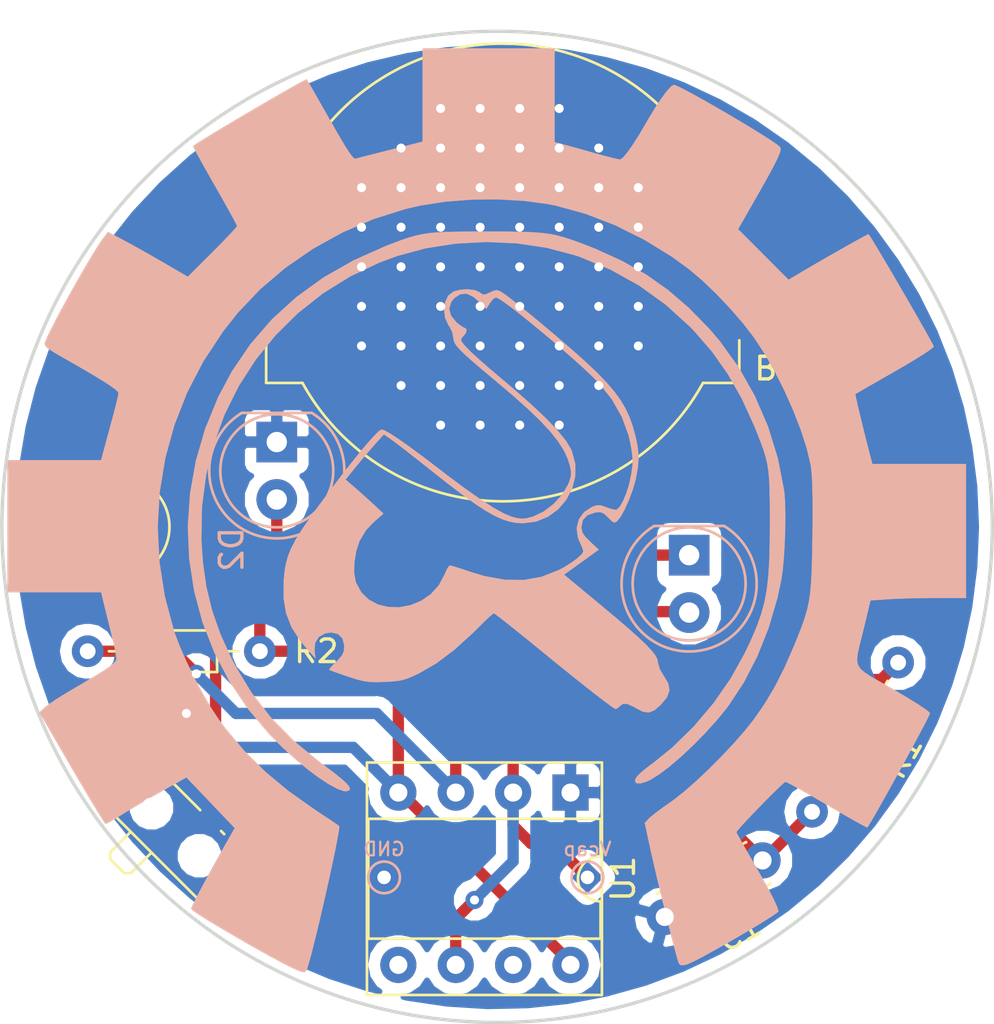
<source format=kicad_pcb>
(kicad_pcb (version 20171130) (host pcbnew 5.0.2-bee76a0~70~ubuntu18.04.1)

  (general
    (thickness 1.6)
    (drawings 1)
    (tracks 116)
    (zones 0)
    (modules 12)
    (nets 7)
  )

  (page A4)
  (layers
    (0 F.Cu signal)
    (31 B.Cu signal)
    (36 B.SilkS user)
    (37 F.SilkS user)
    (38 B.Mask user)
    (39 F.Mask user)
    (40 Dwgs.User user)
    (41 Cmts.User user)
    (42 Eco1.User user)
    (43 Eco2.User user)
    (44 Edge.Cuts user)
    (45 Margin user)
    (46 B.CrtYd user)
    (47 F.CrtYd user)
    (48 B.Fab user)
    (49 F.Fab user)
  )

  (setup
    (last_trace_width 0.5)
    (trace_clearance 0.2)
    (zone_clearance 0.508)
    (zone_45_only no)
    (trace_min 0.2)
    (segment_width 0.2)
    (edge_width 0.15)
    (via_size 0.8)
    (via_drill 0.4)
    (via_min_size 0.4)
    (via_min_drill 0.3)
    (uvia_size 0.3)
    (uvia_drill 0.1)
    (uvias_allowed no)
    (uvia_min_size 0.2)
    (uvia_min_drill 0.1)
    (pcb_text_width 0.3)
    (pcb_text_size 1.5 1.5)
    (mod_edge_width 0.15)
    (mod_text_size 1 1)
    (mod_text_width 0.15)
    (pad_size 1 1)
    (pad_drill 0.6)
    (pad_to_mask_clearance 0.051)
    (solder_mask_min_width 0.25)
    (aux_axis_origin 0 0)
    (visible_elements FFFFFF7F)
    (pcbplotparams
      (layerselection 0x010fc_ffffffff)
      (usegerberextensions false)
      (usegerberattributes false)
      (usegerberadvancedattributes false)
      (creategerberjobfile false)
      (excludeedgelayer true)
      (linewidth 0.100000)
      (plotframeref false)
      (viasonmask false)
      (mode 1)
      (useauxorigin false)
      (hpglpennumber 1)
      (hpglpenspeed 20)
      (hpglpendiameter 15.000000)
      (psnegative false)
      (psa4output false)
      (plotreference true)
      (plotvalue true)
      (plotinvisibletext false)
      (padsonsilk false)
      (subtractmaskfromsilk false)
      (outputformat 1)
      (mirror false)
      (drillshape 1)
      (scaleselection 1)
      (outputdirectory ""))
  )

  (net 0 "")
  (net 1 "Net-(BT1-Pad2)")
  (net 2 "Net-(BT1-Pad1)")
  (net 3 "Net-(C1-Pad1)")
  (net 4 "Net-(D1-Pad1)")
  (net 5 "Net-(D1-Pad2)")
  (net 6 "Net-(R1-Pad1)")

  (net_class Default "This is the default net class."
    (clearance 0.2)
    (trace_width 0.5)
    (via_dia 0.8)
    (via_drill 0.4)
    (uvia_dia 0.3)
    (uvia_drill 0.1)
    (add_net "Net-(BT1-Pad1)")
    (add_net "Net-(BT1-Pad2)")
    (add_net "Net-(C1-Pad1)")
    (add_net "Net-(D1-Pad1)")
    (add_net "Net-(D1-Pad2)")
    (add_net "Net-(R1-Pad1)")
  )

  (module 7555:TestPoint_Plated_Hole_D2.0mm (layer B.Cu) (tedit 5C69CA43) (tstamp 5C69DF0D)
    (at 133 88.5)
    (descr "Plated Hole as test Point, diameter 2.0mm")
    (tags "test point plated hole")
    (attr virtual)
    (fp_text reference GND (at 0 -1.25) (layer B.SilkS)
      (effects (font (size 0.6 0.6) (thickness 0.1)) (justify mirror))
    )
    (fp_text value TestPoint_Plated_Hole_D2.0mm (at 0 -2.45) (layer B.Fab)
      (effects (font (size 1 1) (thickness 0.15)) (justify mirror))
    )
    (fp_text user %R (at 0 2.5) (layer B.Fab)
      (effects (font (size 1 1) (thickness 0.15)) (justify mirror))
    )
    (fp_circle (center 0 0) (end 0.7 0) (layer B.CrtYd) (width 0.05))
    (fp_circle (center 0 0) (end 0.7 0) (layer B.SilkS) (width 0.12))
    (pad 1 thru_hole rect (at 0 0 315) (size 1 1) (drill 0.6) (layers *.Cu *.Mask)
      (net 1 "Net-(BT1-Pad2)") (zone_connect 2))
  )

  (module TestPoint:TestPoint_Plated_Hole_D2.0mm (layer B.Cu) (tedit 5C69CA69) (tstamp 5C69EE7F)
    (at 142 88.5)
    (descr "Plated Hole as test Point, diameter 2.0mm")
    (tags "test point plated hole")
    (attr virtual)
    (fp_text reference Vcap (at 0 -1.25) (layer B.SilkS)
      (effects (font (size 0.6 0.6) (thickness 0.1)) (justify mirror))
    )
    (fp_text value TestPoint_Plated_Hole_D2.0mm (at 0 -2.45) (layer B.Fab)
      (effects (font (size 1 1) (thickness 0.15)) (justify mirror))
    )
    (fp_circle (center 0 0) (end 0.7 0) (layer B.SilkS) (width 0.12))
    (fp_circle (center 0 0) (end 0.7 0) (layer B.CrtYd) (width 0.05))
    (fp_text user %R (at 0 2.5) (layer B.Fab)
      (effects (font (size 1 1) (thickness 0.15)) (justify mirror))
    )
    (pad 1 thru_hole rect (at 0 0 315) (size 1 1) (drill 0.6) (layers *.Cu *.Mask)
      (net 3 "Net-(C1-Pad1)"))
  )

  (module Battery:BatteryHolder_MPD_BC2003_1x2032 (layer F.Cu) (tedit 5C5FDCB1) (tstamp 5C6C47BA)
    (at 138.25 61.75 180)
    (descr http://www.memoryprotectiondevices.com/datasheets/BC-2003-datasheet.pdf)
    (tags "BC2003 CR2032 2032 Battery Holder")
    (path /5C5FD0D5)
    (attr smd)
    (fp_text reference BT1 (at -12.5 -4.25 180) (layer F.SilkS)
      (effects (font (size 1 1) (thickness 0.15)))
    )
    (fp_text value Battery_Cell (at 0 11.2 180) (layer F.Fab)
      (effects (font (size 1 1) (thickness 0.15)))
    )
    (fp_line (start -10.35 4.765) (end 10.35 4.765) (layer F.Fab) (width 0.1))
    (fp_line (start -10.35 -4.765) (end 10.35 -4.765) (layer F.Fab) (width 0.1))
    (fp_line (start -10.35 4.765) (end -10.35 -4.765) (layer F.Fab) (width 0.1))
    (fp_line (start 10.35 4.765) (end 10.35 -4.765) (layer F.Fab) (width 0.1))
    (fp_line (start 10.35 2.525) (end 12 2.525) (layer F.Fab) (width 0.1))
    (fp_line (start 10.35 -2.525) (end 12 -2.525) (layer F.Fab) (width 0.1))
    (fp_line (start 12.7 -1.825) (end 12 -2.525) (layer F.Fab) (width 0.1))
    (fp_line (start 12.7 1.825) (end 12 2.525) (layer F.Fab) (width 0.1))
    (fp_line (start 12.7 -1.825) (end 12.7 1.825) (layer F.Fab) (width 0.1))
    (fp_line (start -10.35 -2.525) (end -12 -2.525) (layer F.Fab) (width 0.1))
    (fp_line (start -10.35 2.525) (end -12 2.525) (layer F.Fab) (width 0.1))
    (fp_line (start -12.7 -1.825) (end -12 -2.525) (layer F.Fab) (width 0.1))
    (fp_line (start -12.7 1.825) (end -12 2.525) (layer F.Fab) (width 0.1))
    (fp_line (start -12.7 -1.825) (end -12.7 1.825) (layer F.Fab) (width 0.1))
    (fp_text user %R (at 0 0 180) (layer F.Fab)
      (effects (font (size 1 1) (thickness 0.15)))
    )
    (fp_line (start -10.47 -4.885) (end -8.86291 -4.885) (layer F.SilkS) (width 0.12))
    (fp_line (start -10.47 -3) (end -10.47 -4.885) (layer F.SilkS) (width 0.12))
    (fp_line (start 10.47 -3) (end 10.47 -4.885) (layer F.SilkS) (width 0.12))
    (fp_line (start -10.47 3) (end -10.47 4.885) (layer F.SilkS) (width 0.12))
    (fp_line (start 10.47 3) (end 10.47 4.885) (layer F.SilkS) (width 0.12))
    (fp_line (start 10.47 -4.885) (end 8.86291 -4.885) (layer F.SilkS) (width 0.12))
    (fp_line (start -10.47 4.885) (end -8.86291 4.885) (layer F.SilkS) (width 0.12))
    (fp_line (start 10.47 4.885) (end 8.86291 4.885) (layer F.SilkS) (width 0.12))
    (fp_line (start 8.94 -5.01) (end 10.6 -5.01) (layer F.CrtYd) (width 0.05))
    (fp_line (start 10.6 -5.01) (end 10.6 -3.03) (layer F.CrtYd) (width 0.05))
    (fp_line (start 10.6 -3.03) (end 13.45 -3.03) (layer F.CrtYd) (width 0.05))
    (fp_line (start 13.45 -3.03) (end 13.45 3.03) (layer F.CrtYd) (width 0.05))
    (fp_line (start 10.6 3.03) (end 13.45 3.03) (layer F.CrtYd) (width 0.05))
    (fp_line (start 10.6 5.01) (end 10.6 3.03) (layer F.CrtYd) (width 0.05))
    (fp_arc (start 0 0) (end 8.94 -5.01) (angle -121.4) (layer F.CrtYd) (width 0.05))
    (fp_line (start 8.94 5.01) (end 10.6 5.01) (layer F.CrtYd) (width 0.05))
    (fp_line (start -8.94 -5.01) (end -10.6 -5.01) (layer F.CrtYd) (width 0.05))
    (fp_line (start -10.6 -5.01) (end -10.6 -3.03) (layer F.CrtYd) (width 0.05))
    (fp_line (start -10.6 -3.03) (end -13.45 -3.03) (layer F.CrtYd) (width 0.05))
    (fp_line (start -13.45 -3.03) (end -13.45 3.03) (layer F.CrtYd) (width 0.05))
    (fp_line (start -13.45 3.03) (end -10.6 3.03) (layer F.CrtYd) (width 0.05))
    (fp_line (start -10.6 5.01) (end -10.6 3.03) (layer F.CrtYd) (width 0.05))
    (fp_line (start -10.6 5.01) (end -8.94 5.01) (layer F.CrtYd) (width 0.05))
    (fp_arc (start 0 0) (end -8.94 5.01) (angle -121.3) (layer F.CrtYd) (width 0.05))
    (fp_arc (start 0 0) (end 8.86291 -4.885) (angle -122.2752329) (layer F.SilkS) (width 0.12))
    (fp_arc (start 0 0) (end -8.86291 4.885) (angle -122.3) (layer F.SilkS) (width 0.12))
    (pad 2 smd circle (at 0 0 180) (size 16 16) (layers F.Cu F.Paste F.Mask)
      (net 1 "Net-(BT1-Pad2)"))
    (pad 1 smd rect (at 11.905 0 180) (size 2.6 5.56) (layers F.Cu F.Paste F.Mask)
      (net 2 "Net-(BT1-Pad1)"))
    (pad 1 smd rect (at -11.905 0 180) (size 2.6 5.56) (layers F.Cu F.Paste F.Mask)
      (net 2 "Net-(BT1-Pad1)"))
    (model ${KISYS3DMOD}/Battery.3dshapes/BatteryHolder_MPD_BC2003_1x2032.wrl
      (at (xyz 0 0 0))
      (scale (xyz 1 1 1))
      (rotate (xyz 0 0 0))
    )
  )

  (module Package_DIP:DIP-8_W7.62mm_Socket (layer F.Cu) (tedit 5A02E8C5) (tstamp 5C6C4867)
    (at 141.25 84.75 270)
    (descr "8-lead though-hole mounted DIP package, row spacing 7.62 mm (300 mils), Socket")
    (tags "THT DIP DIL PDIP 2.54mm 7.62mm 300mil Socket")
    (path /5C5FCDBA)
    (fp_text reference U1 (at 3.81 -2.33 270) (layer F.SilkS)
      (effects (font (size 1 1) (thickness 0.15)))
    )
    (fp_text value ICM7555 (at 3.81 9.95 270) (layer F.Fab)
      (effects (font (size 1 1) (thickness 0.15)))
    )
    (fp_arc (start 3.81 -1.33) (end 2.81 -1.33) (angle -180) (layer F.SilkS) (width 0.12))
    (fp_line (start 1.635 -1.27) (end 6.985 -1.27) (layer F.Fab) (width 0.1))
    (fp_line (start 6.985 -1.27) (end 6.985 8.89) (layer F.Fab) (width 0.1))
    (fp_line (start 6.985 8.89) (end 0.635 8.89) (layer F.Fab) (width 0.1))
    (fp_line (start 0.635 8.89) (end 0.635 -0.27) (layer F.Fab) (width 0.1))
    (fp_line (start 0.635 -0.27) (end 1.635 -1.27) (layer F.Fab) (width 0.1))
    (fp_line (start -1.27 -1.33) (end -1.27 8.95) (layer F.Fab) (width 0.1))
    (fp_line (start -1.27 8.95) (end 8.89 8.95) (layer F.Fab) (width 0.1))
    (fp_line (start 8.89 8.95) (end 8.89 -1.33) (layer F.Fab) (width 0.1))
    (fp_line (start 8.89 -1.33) (end -1.27 -1.33) (layer F.Fab) (width 0.1))
    (fp_line (start 2.81 -1.33) (end 1.16 -1.33) (layer F.SilkS) (width 0.12))
    (fp_line (start 1.16 -1.33) (end 1.16 8.95) (layer F.SilkS) (width 0.12))
    (fp_line (start 1.16 8.95) (end 6.46 8.95) (layer F.SilkS) (width 0.12))
    (fp_line (start 6.46 8.95) (end 6.46 -1.33) (layer F.SilkS) (width 0.12))
    (fp_line (start 6.46 -1.33) (end 4.81 -1.33) (layer F.SilkS) (width 0.12))
    (fp_line (start -1.33 -1.39) (end -1.33 9.01) (layer F.SilkS) (width 0.12))
    (fp_line (start -1.33 9.01) (end 8.95 9.01) (layer F.SilkS) (width 0.12))
    (fp_line (start 8.95 9.01) (end 8.95 -1.39) (layer F.SilkS) (width 0.12))
    (fp_line (start 8.95 -1.39) (end -1.33 -1.39) (layer F.SilkS) (width 0.12))
    (fp_line (start -1.55 -1.6) (end -1.55 9.2) (layer F.CrtYd) (width 0.05))
    (fp_line (start -1.55 9.2) (end 9.15 9.2) (layer F.CrtYd) (width 0.05))
    (fp_line (start 9.15 9.2) (end 9.15 -1.6) (layer F.CrtYd) (width 0.05))
    (fp_line (start 9.15 -1.6) (end -1.55 -1.6) (layer F.CrtYd) (width 0.05))
    (fp_text user %R (at 3.81 3.81 270) (layer F.Fab)
      (effects (font (size 1 1) (thickness 0.15)))
    )
    (pad 1 thru_hole rect (at 0 0 270) (size 1.6 1.6) (drill 0.8) (layers *.Cu *.Mask)
      (net 1 "Net-(BT1-Pad2)"))
    (pad 5 thru_hole oval (at 7.62 7.62 270) (size 1.6 1.6) (drill 0.8) (layers *.Cu *.Mask))
    (pad 2 thru_hole oval (at 0 2.54 270) (size 1.6 1.6) (drill 0.8) (layers *.Cu *.Mask)
      (net 3 "Net-(C1-Pad1)"))
    (pad 6 thru_hole oval (at 7.62 5.08 270) (size 1.6 1.6) (drill 0.8) (layers *.Cu *.Mask)
      (net 3 "Net-(C1-Pad1)"))
    (pad 3 thru_hole oval (at 0 5.08 270) (size 1.6 1.6) (drill 0.8) (layers *.Cu *.Mask)
      (net 6 "Net-(R1-Pad1)"))
    (pad 7 thru_hole oval (at 7.62 2.54 270) (size 1.6 1.6) (drill 0.8) (layers *.Cu *.Mask))
    (pad 4 thru_hole oval (at 0 7.62 270) (size 1.6 1.6) (drill 0.8) (layers *.Cu *.Mask)
      (net 5 "Net-(D1-Pad2)"))
    (pad 8 thru_hole oval (at 7.62 0 270) (size 1.6 1.6) (drill 0.8) (layers *.Cu *.Mask)
      (net 5 "Net-(D1-Pad2)"))
    (model ${KISYS3DMOD}/Package_DIP.3dshapes/DIP-8_W7.62mm_Socket.wrl
      (at (xyz 0 0 0))
      (scale (xyz 1 1 1))
      (rotate (xyz 0 0 0))
    )
  )

  (module Capacitor_THT:C_Disc_D4.3mm_W1.9mm_P5.00mm (layer F.Cu) (tedit 5C5FDDEC) (tstamp 5C6C47CF)
    (at 149.75 87.75 210)
    (descr "C, Disc series, Radial, pin pitch=5.00mm, , diameter*width=4.3*1.9mm^2, Capacitor, http://www.vishay.com/docs/45233/krseries.pdf")
    (tags "C Disc series Radial pin pitch 5.00mm  diameter 4.3mm width 1.9mm Capacitor")
    (path /5C5FD874)
    (fp_text reference C1 (at 2.5 -2.25 210) (layer F.SilkS)
      (effects (font (size 1 1) (thickness 0.15)))
    )
    (fp_text value 200nF (at 2.5 2.5 210) (layer F.Fab)
      (effects (font (size 1 1) (thickness 0.15)))
    )
    (fp_line (start 0.35 -0.95) (end 0.35 0.95) (layer F.Fab) (width 0.1))
    (fp_line (start 0.35 0.95) (end 4.65 0.95) (layer F.Fab) (width 0.1))
    (fp_line (start 4.65 0.95) (end 4.65 -0.95) (layer F.Fab) (width 0.1))
    (fp_line (start 4.65 -0.95) (end 0.35 -0.95) (layer F.Fab) (width 0.1))
    (fp_line (start 0.23 -1.07) (end 4.77 -1.07) (layer F.SilkS) (width 0.12))
    (fp_line (start 0.23 1.07) (end 4.77 1.07) (layer F.SilkS) (width 0.12))
    (fp_line (start 0.23 -1.07) (end 0.23 -1.055) (layer F.SilkS) (width 0.12))
    (fp_line (start 0.23 1.055) (end 0.23 1.07) (layer F.SilkS) (width 0.12))
    (fp_line (start 4.77 -1.07) (end 4.77 -1.055) (layer F.SilkS) (width 0.12))
    (fp_line (start 4.77 1.055) (end 4.77 1.07) (layer F.SilkS) (width 0.12))
    (fp_line (start -1.05 -1.2) (end -1.05 1.2) (layer F.CrtYd) (width 0.05))
    (fp_line (start -1.05 1.2) (end 6.05 1.2) (layer F.CrtYd) (width 0.05))
    (fp_line (start 6.05 1.2) (end 6.05 -1.2) (layer F.CrtYd) (width 0.05))
    (fp_line (start 6.05 -1.2) (end -1.05 -1.2) (layer F.CrtYd) (width 0.05))
    (fp_text user %R (at 1.25 0.75 30) (layer F.Fab)
      (effects (font (size 0.86 0.86) (thickness 0.129)))
    )
    (pad 1 thru_hole circle (at 0 0 210) (size 1.6 1.6) (drill 0.8) (layers *.Cu *.Mask)
      (net 3 "Net-(C1-Pad1)"))
    (pad 2 thru_hole circle (at 5 0 210) (size 1.6 1.6) (drill 0.8) (layers *.Cu *.Mask)
      (net 1 "Net-(BT1-Pad2)"))
    (model ${KISYS3DMOD}/Capacitor_THT.3dshapes/C_Disc_D4.3mm_W1.9mm_P5.00mm.wrl
      (at (xyz 0 0 0))
      (scale (xyz 1 1 1))
      (rotate (xyz 0 0 0))
    )
  )

  (module LED_THT:LED_D5.0mm (layer B.Cu) (tedit 5995936A) (tstamp 5C6C47E1)
    (at 146.5 74.25 270)
    (descr "LED, diameter 5.0mm, 2 pins, http://cdn-reichelt.de/documents/datenblatt/A500/LL-504BC2E-009.pdf")
    (tags "LED diameter 5.0mm 2 pins")
    (path /5C5FDD63)
    (fp_text reference D1 (at 4.25 3 270) (layer B.SilkS)
      (effects (font (size 1 1) (thickness 0.15)) (justify mirror))
    )
    (fp_text value LED (at 1.27 -3.96 270) (layer B.Fab)
      (effects (font (size 1 1) (thickness 0.15)) (justify mirror))
    )
    (fp_arc (start 1.27 0) (end -1.23 1.469694) (angle -299.1) (layer B.Fab) (width 0.1))
    (fp_arc (start 1.27 0) (end -1.29 1.54483) (angle -148.9) (layer B.SilkS) (width 0.12))
    (fp_arc (start 1.27 0) (end -1.29 -1.54483) (angle 148.9) (layer B.SilkS) (width 0.12))
    (fp_circle (center 1.27 0) (end 3.77 0) (layer B.Fab) (width 0.1))
    (fp_circle (center 1.27 0) (end 3.77 0) (layer B.SilkS) (width 0.12))
    (fp_line (start -1.23 1.469694) (end -1.23 -1.469694) (layer B.Fab) (width 0.1))
    (fp_line (start -1.29 1.545) (end -1.29 -1.545) (layer B.SilkS) (width 0.12))
    (fp_line (start -1.95 3.25) (end -1.95 -3.25) (layer B.CrtYd) (width 0.05))
    (fp_line (start -1.95 -3.25) (end 4.5 -3.25) (layer B.CrtYd) (width 0.05))
    (fp_line (start 4.5 -3.25) (end 4.5 3.25) (layer B.CrtYd) (width 0.05))
    (fp_line (start 4.5 3.25) (end -1.95 3.25) (layer B.CrtYd) (width 0.05))
    (fp_text user %R (at 1.25 0 270) (layer B.Fab)
      (effects (font (size 0.8 0.8) (thickness 0.2)) (justify mirror))
    )
    (pad 1 thru_hole rect (at 0 0 270) (size 1.8 1.8) (drill 0.9) (layers *.Cu *.Mask)
      (net 4 "Net-(D1-Pad1)"))
    (pad 2 thru_hole circle (at 2.54 0 270) (size 1.8 1.8) (drill 0.9) (layers *.Cu *.Mask)
      (net 5 "Net-(D1-Pad2)"))
    (model ${KISYS3DMOD}/LED_THT.3dshapes/LED_D5.0mm.wrl
      (at (xyz 0 0 0))
      (scale (xyz 1 1 1))
      (rotate (xyz 0 0 0))
    )
  )

  (module LED_THT:LED_D5.0mm (layer B.Cu) (tedit 5995936A) (tstamp 5C6C47F3)
    (at 128.25 69.25 270)
    (descr "LED, diameter 5.0mm, 2 pins, http://cdn-reichelt.de/documents/datenblatt/A500/LL-504BC2E-009.pdf")
    (tags "LED diameter 5.0mm 2 pins")
    (path /5C5FE02B)
    (fp_text reference D2 (at 4.75 2 270) (layer B.SilkS)
      (effects (font (size 1 1) (thickness 0.15)) (justify mirror))
    )
    (fp_text value LED (at 1.27 -3.96 270) (layer B.Fab)
      (effects (font (size 1 1) (thickness 0.15)) (justify mirror))
    )
    (fp_text user %R (at 1.25 0 270) (layer B.Fab)
      (effects (font (size 0.8 0.8) (thickness 0.2)) (justify mirror))
    )
    (fp_line (start 4.5 3.25) (end -1.95 3.25) (layer B.CrtYd) (width 0.05))
    (fp_line (start 4.5 -3.25) (end 4.5 3.25) (layer B.CrtYd) (width 0.05))
    (fp_line (start -1.95 -3.25) (end 4.5 -3.25) (layer B.CrtYd) (width 0.05))
    (fp_line (start -1.95 3.25) (end -1.95 -3.25) (layer B.CrtYd) (width 0.05))
    (fp_line (start -1.29 1.545) (end -1.29 -1.545) (layer B.SilkS) (width 0.12))
    (fp_line (start -1.23 1.469694) (end -1.23 -1.469694) (layer B.Fab) (width 0.1))
    (fp_circle (center 1.27 0) (end 3.77 0) (layer B.SilkS) (width 0.12))
    (fp_circle (center 1.27 0) (end 3.77 0) (layer B.Fab) (width 0.1))
    (fp_arc (start 1.27 0) (end -1.29 -1.54483) (angle 148.9) (layer B.SilkS) (width 0.12))
    (fp_arc (start 1.27 0) (end -1.29 1.54483) (angle -148.9) (layer B.SilkS) (width 0.12))
    (fp_arc (start 1.27 0) (end -1.23 1.469694) (angle -299.1) (layer B.Fab) (width 0.1))
    (pad 2 thru_hole circle (at 2.54 0 270) (size 1.8 1.8) (drill 0.9) (layers *.Cu *.Mask)
      (net 4 "Net-(D1-Pad1)"))
    (pad 1 thru_hole rect (at 0 0 270) (size 1.8 1.8) (drill 0.9) (layers *.Cu *.Mask)
      (net 1 "Net-(BT1-Pad2)"))
    (model ${KISYS3DMOD}/LED_THT.3dshapes/LED_D5.0mm.wrl
      (at (xyz 0 0 0))
      (scale (xyz 1 1 1))
      (rotate (xyz 0 0 0))
    )
  )

  (module Button_Switch_SMD:SW_SPDT_PCM12 (layer F.Cu) (tedit 5A02FC95) (tstamp 5C60DC2D)
    (at 124 86.25 315)
    (descr "Ultraminiature Surface Mount Slide Switch")
    (path /5C5FDEE9)
    (attr smd)
    (fp_text reference SW1 (at 0 -3.2 315) (layer F.SilkS)
      (effects (font (size 1 1) (thickness 0.15)))
    )
    (fp_text value SW_SPDT (at 0 4.25 315) (layer F.Fab)
      (effects (font (size 1 1) (thickness 0.15)))
    )
    (fp_text user %R (at 0 -3.2 315) (layer F.Fab)
      (effects (font (size 1 1) (thickness 0.15)))
    )
    (fp_line (start -1.4 1.65) (end -1.4 2.95) (layer F.Fab) (width 0.1))
    (fp_line (start -1.4 2.95) (end -1.2 3.15) (layer F.Fab) (width 0.1))
    (fp_line (start -1.2 3.15) (end -0.35 3.15) (layer F.Fab) (width 0.1))
    (fp_line (start -0.35 3.15) (end -0.15 2.95) (layer F.Fab) (width 0.1))
    (fp_line (start -0.15 2.95) (end -0.1 2.9) (layer F.Fab) (width 0.1))
    (fp_line (start -0.1 2.9) (end -0.1 1.6) (layer F.Fab) (width 0.1))
    (fp_line (start -3.35 -1) (end -3.35 1.6) (layer F.Fab) (width 0.1))
    (fp_line (start -3.35 1.6) (end 3.35 1.6) (layer F.Fab) (width 0.1))
    (fp_line (start 3.35 1.6) (end 3.35 -1) (layer F.Fab) (width 0.1))
    (fp_line (start 3.35 -1) (end -3.35 -1) (layer F.Fab) (width 0.1))
    (fp_line (start 1.4 -1.12) (end 1.6 -1.12) (layer F.SilkS) (width 0.12))
    (fp_line (start -4.4 -2.45) (end 4.4 -2.45) (layer F.CrtYd) (width 0.05))
    (fp_line (start 4.4 -2.45) (end 4.4 2.1) (layer F.CrtYd) (width 0.05))
    (fp_line (start 4.4 2.1) (end 1.65 2.1) (layer F.CrtYd) (width 0.05))
    (fp_line (start 1.65 2.1) (end 1.65 3.4) (layer F.CrtYd) (width 0.05))
    (fp_line (start 1.65 3.4) (end -1.65 3.4) (layer F.CrtYd) (width 0.05))
    (fp_line (start -1.65 3.4) (end -1.65 2.1) (layer F.CrtYd) (width 0.05))
    (fp_line (start -1.65 2.1) (end -4.4 2.1) (layer F.CrtYd) (width 0.05))
    (fp_line (start -4.4 2.1) (end -4.4 -2.45) (layer F.CrtYd) (width 0.05))
    (fp_line (start -1.4 3.02) (end -1.2 3.23) (layer F.SilkS) (width 0.12))
    (fp_line (start -0.1 3.02) (end -0.3 3.23) (layer F.SilkS) (width 0.12))
    (fp_line (start -1.4 1.73) (end -1.4 3.02) (layer F.SilkS) (width 0.12))
    (fp_line (start -1.2 3.23) (end -0.3 3.23) (layer F.SilkS) (width 0.12))
    (fp_line (start -0.1 3.02) (end -0.1 1.73) (layer F.SilkS) (width 0.12))
    (fp_line (start -2.85 1.73) (end 2.85 1.73) (layer F.SilkS) (width 0.12))
    (fp_line (start -1.6 -1.12) (end 0.1 -1.12) (layer F.SilkS) (width 0.12))
    (fp_line (start -3.45 -0.07) (end -3.45 0.72) (layer F.SilkS) (width 0.12))
    (fp_line (start 3.45 0.72) (end 3.45 -0.07) (layer F.SilkS) (width 0.12))
    (pad "" np_thru_hole circle (at -1.5 0.33 315) (size 0.9 0.9) (drill 0.9) (layers *.Cu *.Mask))
    (pad "" np_thru_hole circle (at 1.5 0.33 315) (size 0.9 0.9) (drill 0.9) (layers *.Cu *.Mask))
    (pad 1 smd rect (at -2.25 -1.43 315) (size 0.7 1.5) (layers F.Cu F.Paste F.Mask)
      (net 5 "Net-(D1-Pad2)"))
    (pad 2 smd rect (at 0.75 -1.43 315) (size 0.7 1.5) (layers F.Cu F.Paste F.Mask)
      (net 2 "Net-(BT1-Pad1)"))
    (pad 3 smd rect (at 2.25 -1.43 315) (size 0.7 1.5) (layers F.Cu F.Paste F.Mask))
    (pad "" smd rect (at -3.65 1.43 315) (size 1 0.8) (layers F.Cu F.Paste F.Mask))
    (pad "" smd rect (at 3.65 1.43 315) (size 1 0.8) (layers F.Cu F.Paste F.Mask))
    (pad "" smd rect (at 3.65 -0.78 315) (size 1 0.8) (layers F.Cu F.Paste F.Mask))
    (pad "" smd rect (at -3.65 -0.78 315) (size 1 0.8) (layers F.Cu F.Paste F.Mask))
    (model ${KISYS3DMOD}/Button_Switch_SMD.3dshapes/SW_SPDT_PCM12.wrl
      (at (xyz 0 0 0))
      (scale (xyz 1 1 1))
      (rotate (xyz 0 0 0))
    )
  )

  (module Resistor_THT:R_Axial_DIN0204_L3.6mm_D1.6mm_P7.62mm_Horizontal (layer F.Cu) (tedit 5AE5139B) (tstamp 5C6D11F1)
    (at 155.75 79 240)
    (descr "Resistor, Axial_DIN0204 series, Axial, Horizontal, pin pitch=7.62mm, 0.167W, length*diameter=3.6*1.6mm^2, http://cdn-reichelt.de/documents/datenblatt/B400/1_4W%23YAG.pdf")
    (tags "Resistor Axial_DIN0204 series Axial Horizontal pin pitch 7.62mm 0.167W length 3.6mm diameter 1.6mm")
    (path /5C5FD63C)
    (fp_text reference R1 (at 3.5 -2.25 240) (layer F.SilkS)
      (effects (font (size 1 1) (thickness 0.15)))
    )
    (fp_text value 10M (at 3.81 1.92 240) (layer F.Fab)
      (effects (font (size 1 1) (thickness 0.15)))
    )
    (fp_line (start 2.01 -0.8) (end 2.01 0.8) (layer F.Fab) (width 0.1))
    (fp_line (start 2.01 0.8) (end 5.61 0.8) (layer F.Fab) (width 0.1))
    (fp_line (start 5.61 0.8) (end 5.61 -0.8) (layer F.Fab) (width 0.1))
    (fp_line (start 5.61 -0.8) (end 2.01 -0.8) (layer F.Fab) (width 0.1))
    (fp_line (start 0 0) (end 2.01 0) (layer F.Fab) (width 0.1))
    (fp_line (start 7.62 0) (end 5.61 0) (layer F.Fab) (width 0.1))
    (fp_line (start 1.89 -0.92) (end 1.89 0.92) (layer F.SilkS) (width 0.12))
    (fp_line (start 1.89 0.92) (end 5.73 0.92) (layer F.SilkS) (width 0.12))
    (fp_line (start 5.73 0.92) (end 5.73 -0.92) (layer F.SilkS) (width 0.12))
    (fp_line (start 5.73 -0.92) (end 1.89 -0.92) (layer F.SilkS) (width 0.12))
    (fp_line (start 0.94 0) (end 1.89 0) (layer F.SilkS) (width 0.12))
    (fp_line (start 6.68 0) (end 5.73 0) (layer F.SilkS) (width 0.12))
    (fp_line (start -0.95 -1.05) (end -0.95 1.05) (layer F.CrtYd) (width 0.05))
    (fp_line (start -0.95 1.05) (end 8.57 1.05) (layer F.CrtYd) (width 0.05))
    (fp_line (start 8.57 1.05) (end 8.57 -1.05) (layer F.CrtYd) (width 0.05))
    (fp_line (start 8.57 -1.05) (end -0.95 -1.05) (layer F.CrtYd) (width 0.05))
    (fp_text user %R (at 3.81 0 240) (layer F.Fab)
      (effects (font (size 0.72 0.72) (thickness 0.108)))
    )
    (pad 1 thru_hole circle (at 0 0 240) (size 1.4 1.4) (drill 0.7) (layers *.Cu *.Mask)
      (net 6 "Net-(R1-Pad1)"))
    (pad 2 thru_hole oval (at 7.62 0 240) (size 1.4 1.4) (drill 0.7) (layers *.Cu *.Mask)
      (net 3 "Net-(C1-Pad1)"))
    (model ${KISYS3DMOD}/Resistor_THT.3dshapes/R_Axial_DIN0204_L3.6mm_D1.6mm_P7.62mm_Horizontal.wrl
      (at (xyz 0 0 0))
      (scale (xyz 1 1 1))
      (rotate (xyz 0 0 0))
    )
  )

  (module Resistor_THT:R_Axial_DIN0204_L3.6mm_D1.6mm_P7.62mm_Horizontal (layer F.Cu) (tedit 5AE5139B) (tstamp 5C6D1207)
    (at 127.5 78.5 180)
    (descr "Resistor, Axial_DIN0204 series, Axial, Horizontal, pin pitch=7.62mm, 0.167W, length*diameter=3.6*1.6mm^2, http://cdn-reichelt.de/documents/datenblatt/B400/1_4W%23YAG.pdf")
    (tags "Resistor Axial_DIN0204 series Axial Horizontal pin pitch 7.62mm 0.167W length 3.6mm diameter 1.6mm")
    (path /5C5FE090)
    (fp_text reference R2 (at -2.5 0 180) (layer F.SilkS)
      (effects (font (size 1 1) (thickness 0.15)))
    )
    (fp_text value 1k (at 3.81 1.92 180) (layer F.Fab)
      (effects (font (size 1 1) (thickness 0.15)))
    )
    (fp_text user %R (at 3.889087 0 180) (layer F.Fab)
      (effects (font (size 0.72 0.72) (thickness 0.108)))
    )
    (fp_line (start 8.57 -1.05) (end -0.95 -1.05) (layer F.CrtYd) (width 0.05))
    (fp_line (start 8.57 1.05) (end 8.57 -1.05) (layer F.CrtYd) (width 0.05))
    (fp_line (start -0.95 1.05) (end 8.57 1.05) (layer F.CrtYd) (width 0.05))
    (fp_line (start -0.95 -1.05) (end -0.95 1.05) (layer F.CrtYd) (width 0.05))
    (fp_line (start 6.68 0) (end 5.73 0) (layer F.SilkS) (width 0.12))
    (fp_line (start 0.94 0) (end 1.89 0) (layer F.SilkS) (width 0.12))
    (fp_line (start 5.73 -0.92) (end 1.89 -0.92) (layer F.SilkS) (width 0.12))
    (fp_line (start 5.73 0.92) (end 5.73 -0.92) (layer F.SilkS) (width 0.12))
    (fp_line (start 1.89 0.92) (end 5.73 0.92) (layer F.SilkS) (width 0.12))
    (fp_line (start 1.89 -0.92) (end 1.89 0.92) (layer F.SilkS) (width 0.12))
    (fp_line (start 7.62 0) (end 5.61 0) (layer F.Fab) (width 0.1))
    (fp_line (start 0 0) (end 2.01 0) (layer F.Fab) (width 0.1))
    (fp_line (start 5.61 -0.8) (end 2.01 -0.8) (layer F.Fab) (width 0.1))
    (fp_line (start 5.61 0.8) (end 5.61 -0.8) (layer F.Fab) (width 0.1))
    (fp_line (start 2.01 0.8) (end 5.61 0.8) (layer F.Fab) (width 0.1))
    (fp_line (start 2.01 -0.8) (end 2.01 0.8) (layer F.Fab) (width 0.1))
    (pad 2 thru_hole oval (at 7.62 0 180) (size 1.4 1.4) (drill 0.7) (layers *.Cu *.Mask)
      (net 6 "Net-(R1-Pad1)"))
    (pad 1 thru_hole circle (at 0 0 180) (size 1.4 1.4) (drill 0.7) (layers *.Cu *.Mask)
      (net 4 "Net-(D1-Pad1)"))
    (model ${KISYS3DMOD}/Resistor_THT.3dshapes/R_Axial_DIN0204_L3.6mm_D1.6mm_P7.62mm_Horizontal.wrl
      (at (xyz 0 0 0))
      (scale (xyz 1 1 1))
      (rotate (xyz 0 0 0))
    )
  )

  (module 7555:up (layer B.Cu) (tedit 0) (tstamp 5C74EFC3)
    (at 137.5 72.25 270)
    (fp_text reference G*** (at 0 0 270) (layer B.SilkS) hide
      (effects (font (size 1.524 1.524) (thickness 0.3)) (justify mirror))
    )
    (fp_text value LOGO (at 0.75 0 270) (layer B.SilkS) hide
      (effects (font (size 1.524 1.524) (thickness 0.3)) (justify mirror))
    )
    (fp_poly (pts (xy 4.572252 8.838125) (xy 5.185355 8.599307) (xy 5.778816 8.218877) (xy 6.164259 7.896637)
      (xy 6.561667 7.537486) (xy 6.223 7.580467) (xy 5.878606 7.55218) (xy 5.614838 7.386265)
      (xy 5.455453 7.104591) (xy 5.418667 6.840071) (xy 5.487177 6.538465) (xy 5.68343 6.342729)
      (xy 5.99351 6.265963) (xy 6.029244 6.265333) (xy 6.255083 6.284846) (xy 6.435826 6.365172)
      (xy 6.63518 6.538991) (xy 6.706918 6.61297) (xy 6.890892 6.79571) (xy 7.024411 6.908505)
      (xy 7.070126 6.928097) (xy 7.109126 6.838964) (xy 7.188034 6.625011) (xy 7.293839 6.32227)
      (xy 7.370422 6.096297) (xy 7.497834 5.697608) (xy 7.574316 5.388393) (xy 7.609879 5.100137)
      (xy 7.61453 4.764325) (xy 7.605641 4.486165) (xy 7.583207 4.08084) (xy 7.543213 3.777063)
      (xy 7.468943 3.507048) (xy 7.34368 3.203013) (xy 7.229137 2.959495) (xy 6.792987 2.20095)
      (xy 6.193273 1.400481) (xy 5.42983 0.557871) (xy 5.213546 0.340785) (xy 4.950463 0.075533)
      (xy 4.739624 -0.147937) (xy 4.606182 -0.302274) (xy 4.572 -0.356781) (xy 4.623571 -0.436613)
      (xy 4.769199 -0.629873) (xy 4.995254 -0.919307) (xy 5.28811 -1.287661) (xy 5.634137 -1.717681)
      (xy 6.019708 -2.192113) (xy 6.078361 -2.2639) (xy 6.722214 -3.054476) (xy 7.288852 -3.756574)
      (xy 7.773354 -4.363897) (xy 8.170804 -4.87015) (xy 8.476283 -5.269034) (xy 8.684873 -5.554253)
      (xy 8.791656 -5.719511) (xy 8.805334 -5.755281) (xy 8.747765 -5.858237) (xy 8.678334 -5.926667)
      (xy 8.572753 -6.074349) (xy 8.580417 -6.270345) (xy 8.704977 -6.5449) (xy 8.765209 -6.646334)
      (xy 8.925091 -6.960029) (xy 8.959011 -7.215872) (xy 8.860231 -7.460573) (xy 8.622011 -7.740843)
      (xy 8.604807 -7.758141) (xy 8.282243 -8.022267) (xy 7.982971 -8.1282) (xy 7.677314 -8.078582)
      (xy 7.335596 -7.876054) (xy 7.329751 -7.871645) (xy 7.028108 -7.6934) (xy 6.75346 -7.620428)
      (xy 6.734814 -7.62) (xy 6.597008 -7.591417) (xy 6.426815 -7.49901) (xy 6.214343 -7.332794)
      (xy 5.949697 -7.082783) (xy 5.622986 -6.738993) (xy 5.224316 -6.291439) (xy 4.743793 -5.730135)
      (xy 4.171524 -5.045095) (xy 4.109932 -4.970685) (xy 2.863968 -3.464369) (xy 2.311503 -4.231424)
      (xy 1.759037 -4.99848) (xy 1.402768 -4.615907) (xy 1.174798 -4.391513) (xy 0.993111 -4.27461)
      (xy 0.805694 -4.234805) (xy 0.748039 -4.233334) (xy 0.440484 -4.299604) (xy 0.230862 -4.501236)
      (xy 0.114859 -4.842459) (xy 0.112583 -4.856109) (xy 0.098148 -5.067553) (xy 0.159759 -5.226835)
      (xy 0.327158 -5.407878) (xy 0.339081 -5.419054) (xy 0.504684 -5.583686) (xy 0.55896 -5.687592)
      (xy 0.518325 -5.781201) (xy 0.473827 -5.832983) (xy 0.280536 -5.981589) (xy -0.03285 -6.152695)
      (xy -0.42227 -6.327244) (xy -0.843664 -6.486181) (xy -1.252971 -6.61045) (xy -1.409339 -6.647439)
      (xy -1.937126 -6.739319) (xy -2.38717 -6.762821) (xy -2.837315 -6.716403) (xy -3.322671 -6.60954)
      (xy -3.739207 -6.491039) (xy -4.125173 -6.351108) (xy -4.493819 -6.178394) (xy -4.858398 -5.961544)
      (xy -5.23216 -5.689203) (xy -5.628356 -5.350019) (xy -6.060239 -4.932637) (xy -6.541059 -4.425704)
      (xy -7.084067 -3.817867) (xy -7.702515 -3.097772) (xy -8.409655 -2.254065) (xy -8.418298 -2.243667)
      (xy -8.740962 -1.851782) (xy -9.041288 -1.480278) (xy -9.295393 -1.159202) (xy -9.479391 -0.918598)
      (xy -9.548732 -0.821609) (xy -9.677403 -0.617329) (xy -9.718284 -0.477695) (xy -9.679879 -0.328065)
      (xy -9.619861 -0.197289) (xy -9.532666 0.006519) (xy -9.525078 0.129255) (xy -9.596162 0.238803)
      (xy -9.613592 0.258338) (xy -9.711824 0.466792) (xy -9.753799 0.772211) (xy -9.750591 0.83798)
      (xy -9.56103 0.83798) (xy -9.410705 0.532429) (xy -9.219697 0.320416) (xy -9.036803 0.1386)
      (xy -8.923003 0.01008) (xy -8.902197 -0.030767) (xy -8.987642 -0.085346) (xy -9.153719 -0.189747)
      (xy -9.165166 -0.196911) (xy -9.326643 -0.327713) (xy -9.397832 -0.444327) (xy -9.398 -0.448468)
      (xy -9.343902 -0.572219) (xy -9.191829 -0.80336) (xy -8.957111 -1.123438) (xy -8.65508 -1.514004)
      (xy -8.301066 -1.956607) (xy -7.9104 -2.432797) (xy -7.498413 -2.924123) (xy -7.080436 -3.412134)
      (xy -6.6718 -3.87838) (xy -6.287836 -4.30441) (xy -5.943873 -4.671774) (xy -5.655244 -4.962022)
      (xy -5.61878 -4.996721) (xy -4.899156 -5.574173) (xy -4.11167 -6.021921) (xy -3.28604 -6.325014)
      (xy -2.759955 -6.434921) (xy -2.433037 -6.480908) (xy -2.203591 -6.50164) (xy -2.001597 -6.496782)
      (xy -1.757036 -6.465998) (xy -1.524 -6.429003) (xy -1.126214 -6.343012) (xy -0.741809 -6.222381)
      (xy -0.40533 -6.082363) (xy -0.151323 -5.93821) (xy -0.014332 -5.805176) (xy 0 -5.756111)
      (xy -0.03164 -5.58365) (xy -0.109617 -5.347876) (xy -0.128136 -5.302007) (xy -0.205756 -5.070659)
      (xy -0.199303 -4.885817) (xy -0.138396 -4.713216) (xy 0.093995 -4.35305) (xy 0.419318 -4.118804)
      (xy 0.805115 -4.022593) (xy 1.218927 -4.076537) (xy 1.386931 -4.143792) (xy 1.620098 -4.247706)
      (xy 1.795657 -4.310022) (xy 1.83995 -4.318) (xy 1.958833 -4.24852) (xy 2.130203 -4.062639)
      (xy 2.328432 -3.794194) (xy 2.52789 -3.477022) (xy 2.656981 -3.239256) (xy 2.955599 -2.478949)
      (xy 3.09994 -1.682096) (xy 3.090253 -0.838912) (xy 2.926789 0.060387) (xy 2.75564 0.629105)
      (xy 2.633775 0.992786) (xy 2.535682 1.298893) (xy 2.472739 1.511054) (xy 2.455334 1.589161)
      (xy 2.527544 1.663175) (xy 2.712051 1.763013) (xy 2.854186 1.822651) (xy 3.337054 2.080609)
      (xy 3.725509 2.433775) (xy 4.017617 2.857659) (xy 4.211447 3.327771) (xy 4.305067 3.819622)
      (xy 4.296544 4.308722) (xy 4.183946 4.770583) (xy 3.965341 5.180714) (xy 3.638796 5.514627)
      (xy 3.202379 5.747832) (xy 3.164902 5.760666) (xy 2.782967 5.825711) (xy 2.315698 5.814773)
      (xy 1.825883 5.733923) (xy 1.376313 5.589233) (xy 1.371707 5.587258) (xy 0.894605 5.29763)
      (xy 0.542839 4.961978) (xy 0.162538 4.529666) (xy -0.194683 4.910666) (xy -0.44825 5.186714)
      (xy -0.738861 5.51118) (xy -0.948132 5.749988) (xy -1.344361 6.20831) (xy -1.95687 5.707655)
      (xy -2.28614 5.434653) (xy -2.618661 5.152593) (xy -2.89517 4.911905) (xy -2.954962 4.858361)
      (xy -3.340544 4.509721) (xy -3.108324 4.174627) (xy -2.984813 4.006364) (xy -2.775437 3.732027)
      (xy -2.500359 3.377568) (xy -2.179744 2.968939) (xy -1.833757 2.532094) (xy -1.767522 2.448933)
      (xy -1.174487 1.696476) (xy -0.685388 1.054357) (xy -0.291158 0.506805) (xy 0.01727 0.038047)
      (xy 0.248967 -0.367688) (xy 0.412998 -0.726171) (xy 0.518434 -1.053173) (xy 0.574342 -1.364467)
      (xy 0.58983 -1.651) (xy 0.514174 -2.233174) (xy 0.299888 -2.756371) (xy -0.029768 -3.205504)
      (xy -0.451534 -3.565482) (xy -0.942149 -3.821215) (xy -1.478353 -3.957614) (xy -2.036885 -3.95959)
      (xy -2.594486 -3.812052) (xy -2.682053 -3.773567) (xy -3.050773 -3.551064) (xy -3.498173 -3.189723)
      (xy -4.025857 -2.68797) (xy -4.635427 -2.044235) (xy -5.328487 -1.256944) (xy -5.712182 -0.802557)
      (xy -6.233519 -0.184874) (xy -6.659779 0.30378) (xy -6.997271 0.670003) (xy -7.252303 0.920396)
      (xy -7.431183 1.061556) (xy -7.531462 1.100666) (xy -7.636031 1.04302) (xy -7.704666 0.973666)
      (xy -7.840216 0.872759) (xy -7.974771 0.851035) (xy -8.042725 0.917266) (xy -8.043333 0.928387)
      (xy -8.095098 1.035902) (xy -8.226186 1.214478) (xy -8.306104 1.309387) (xy -8.595322 1.543591)
      (xy -8.89851 1.617766) (xy -9.195063 1.530123) (xy -9.359515 1.400848) (xy -9.54386 1.12663)
      (xy -9.56103 0.83798) (xy -9.750591 0.83798) (xy -9.737267 1.11107) (xy -9.659976 1.419841)
      (xy -9.655179 1.431657) (xy -9.477087 1.658643) (xy -9.19477 1.799087) (xy -8.852395 1.848021)
      (xy -8.494128 1.800474) (xy -8.164135 1.651475) (xy -8.102068 1.606441) (xy -7.86461 1.484125)
      (xy -7.633841 1.439333) (xy -7.514845 1.427411) (xy -7.391808 1.382345) (xy -7.250374 1.290189)
      (xy -7.076183 1.136996) (xy -6.854877 0.90882) (xy -6.5721 0.591712) (xy -6.213493 0.171726)
      (xy -5.764697 -0.365084) (xy -5.716293 -0.423334) (xy -5.042894 -1.218554) (xy -4.450035 -1.883184)
      (xy -3.925246 -2.428131) (xy -3.456056 -2.864306) (xy -3.029994 -3.202619) (xy -2.63459 -3.453979)
      (xy -2.257372 -3.629298) (xy -1.939842 -3.727131) (xy -1.681677 -3.775351) (xy -1.472852 -3.764978)
      (xy -1.230449 -3.686904) (xy -1.108054 -3.635772) (xy -0.667132 -3.372965) (xy -0.257817 -2.997292)
      (xy 0.07634 -2.557179) (xy 0.291791 -2.10105) (xy 0.301782 -2.068123) (xy 0.375551 -1.779313)
      (xy 0.391469 -1.560435) (xy 0.349732 -1.322345) (xy 0.303813 -1.156198) (xy 0.165096 -0.812285)
      (xy -0.08308 -0.360909) (xy -0.442718 0.200981) (xy -0.915818 0.876434) (xy -1.504381 1.668501)
      (xy -1.81559 2.074333) (xy -2.324347 2.740938) (xy -2.753607 3.321596) (xy -3.097384 3.807592)
      (xy -3.349694 4.190211) (xy -3.504553 4.460738) (xy -3.556 4.608622) (xy -3.48829 4.722983)
      (xy -3.291319 4.926955) (xy -2.974327 5.212723) (xy -2.546551 5.572471) (xy -2.017232 5.998385)
      (xy -1.395607 6.482649) (xy -0.846702 6.900307) (xy -0.157408 7.414995) (xy 0.421185 7.833149)
      (xy 0.909572 8.165295) (xy 1.328248 8.42196) (xy 1.697704 8.61367) (xy 2.038436 8.750953)
      (xy 2.370938 8.844335) (xy 2.715702 8.904342) (xy 3.093222 8.9415) (xy 3.132667 8.944303)
      (xy 3.900894 8.948675) (xy 4.572252 8.838125)) (layer B.SilkS) (width 0.01))
    (fp_poly (pts (xy 2.160878 13.126467) (xy 3.573293 12.910936) (xy 4.953746 12.542018) (xy 6.291161 12.021447)
      (xy 7.574463 11.350958) (xy 8.792576 10.532286) (xy 9.934424 9.567164) (xy 10.012767 9.492675)
      (xy 10.522173 8.980383) (xy 11.001928 8.45219) (xy 11.43715 7.928333) (xy 11.812961 7.429049)
      (xy 12.11448 6.974574) (xy 12.326828 6.585146) (xy 12.435124 6.281) (xy 12.446 6.183481)
      (xy 12.400309 6.04458) (xy 12.334841 6.011333) (xy 12.230929 6.048725) (xy 12.085736 6.169984)
      (xy 11.887143 6.388738) (xy 11.623033 6.718614) (xy 11.281288 7.173239) (xy 11.184766 7.304617)
      (xy 10.239136 8.467461) (xy 9.211053 9.483877) (xy 8.095884 10.35783) (xy 6.888998 11.093284)
      (xy 6.561667 11.26129) (xy 5.489487 11.745723) (xy 4.461029 12.108324) (xy 3.425178 12.362011)
      (xy 2.330819 12.519705) (xy 1.312334 12.588077) (xy -0.138708 12.561667) (xy -1.554084 12.375452)
      (xy -2.923168 12.036762) (xy -4.235337 11.552929) (xy -5.479967 10.931282) (xy -6.646433 10.179154)
      (xy -7.72411 9.303873) (xy -8.702376 8.312772) (xy -9.570604 7.21318) (xy -10.318171 6.012429)
      (xy -10.934454 4.717848) (xy -11.223736 3.93832) (xy -11.567534 2.667368) (xy -11.775811 1.335697)
      (xy -11.848689 -0.025061) (xy -11.786293 -1.383278) (xy -11.588747 -2.707321) (xy -11.256175 -3.96556)
      (xy -11.192066 -4.154033) (xy -10.627559 -5.516407) (xy -9.923157 -6.784284) (xy -9.075981 -7.962108)
      (xy -8.083152 -9.05432) (xy -7.902205 -9.229402) (xy -6.986295 -10.021626) (xy -6.002317 -10.715443)
      (xy -4.919482 -11.330032) (xy -3.707005 -11.884569) (xy -3.513666 -11.963108) (xy -3.075323 -12.136401)
      (xy -2.704998 -12.273327) (xy -2.373881 -12.378164) (xy -2.053162 -12.455192) (xy -1.714029 -12.508689)
      (xy -1.327673 -12.542936) (xy -0.865281 -12.56221) (xy -0.298043 -12.570791) (xy 0.402851 -12.572959)
      (xy 0.592667 -12.573) (xy 1.516918 -12.566854) (xy 2.301273 -12.54468) (xy 2.974847 -12.500876)
      (xy 3.566755 -12.429842) (xy 4.106113 -12.325974) (xy 4.622038 -12.18367) (xy 5.143643 -11.997329)
      (xy 5.700045 -11.76135) (xy 6.317481 -11.471523) (xy 7.453993 -10.839979) (xy 8.557389 -10.070569)
      (xy 9.591874 -9.192935) (xy 10.52165 -8.236717) (xy 11.125331 -7.490411) (xy 11.410526 -7.113172)
      (xy 11.621557 -6.856303) (xy 11.778433 -6.699442) (xy 11.901165 -6.62223) (xy 11.996516 -6.604)
      (xy 12.088971 -6.670823) (xy 12.094174 -6.851361) (xy 12.014594 -7.115718) (xy 11.941098 -7.275262)
      (xy 11.700031 -7.667685) (xy 11.34715 -8.13398) (xy 10.907238 -8.647939) (xy 10.405076 -9.183355)
      (xy 9.865445 -9.714023) (xy 9.313127 -10.213735) (xy 8.772903 -10.656283) (xy 8.66997 -10.734519)
      (xy 7.629802 -11.421285) (xy 6.467651 -12.020669) (xy 5.213436 -12.520121) (xy 3.897076 -12.907089)
      (xy 3.070162 -13.083678) (xy 2.636934 -13.144587) (xy 2.091164 -13.193891) (xy 1.477679 -13.230188)
      (xy 0.841306 -13.252074) (xy 0.226871 -13.258146) (xy -0.3208 -13.247002) (xy -0.756881 -13.21724)
      (xy -0.846666 -13.206249) (xy -2.290862 -12.92403) (xy -3.695832 -12.487536) (xy -5.042553 -11.905574)
      (xy -6.311995 -11.186949) (xy -7.485134 -10.340468) (xy -8.00766 -9.892042) (xy -8.932327 -8.988069)
      (xy -9.726236 -8.065347) (xy -10.411625 -7.090701) (xy -11.01073 -6.030955) (xy -11.545787 -4.852935)
      (xy -11.770582 -4.278099) (xy -11.918381 -3.874628) (xy -12.036384 -3.521623) (xy -12.127934 -3.19253)
      (xy -12.196373 -2.860793) (xy -12.245042 -2.499857) (xy -12.277285 -2.083167) (xy -12.296444 -1.584166)
      (xy -12.30586 -0.9763) (xy -12.308877 -0.233014) (xy -12.309029 0) (xy -12.307837 0.770957)
      (xy -12.301207 1.400303) (xy -12.285189 1.915753) (xy -12.255833 2.345021) (xy -12.209187 2.715825)
      (xy -12.141302 3.055878) (xy -12.048227 3.392896) (xy -11.92601 3.754595) (xy -11.770702 4.168689)
      (xy -11.682347 4.396496) (xy -11.032899 5.857421) (xy -10.273376 7.189703) (xy -9.4038 8.393318)
      (xy -8.424191 9.468243) (xy -7.33457 10.414455) (xy -6.134959 11.231929) (xy -4.992958 11.842606)
      (xy -3.586876 12.420029) (xy -2.157375 12.835392) (xy -0.715531 13.09043) (xy 0.727578 13.186877)
      (xy 2.160878 13.126467)) (layer B.SilkS) (width 0.01))
    (fp_poly (pts (xy 3.640667 17.021226) (xy 3.8735 16.968386) (xy 4.03994 16.928634) (xy 4.332552 16.856805)
      (xy 4.713335 16.762298) (xy 5.144287 16.654511) (xy 5.249334 16.628119) (xy 5.680433 16.522901)
      (xy 6.06487 16.434967) (xy 6.366724 16.372111) (xy 6.550071 16.342129) (xy 6.57407 16.34068)
      (xy 6.65011 16.357808) (xy 6.737871 16.419377) (xy 6.847906 16.540653) (xy 6.990765 16.736897)
      (xy 7.177 17.023374) (xy 7.417164 17.415347) (xy 7.721807 17.928081) (xy 8.001903 18.406115)
      (xy 8.222298 18.771615) (xy 8.437598 19.107897) (xy 8.619807 19.37232) (xy 8.720746 19.501026)
      (xy 8.950492 19.758156) (xy 11.416794 18.324578) (xy 12.001858 17.982675) (xy 12.537414 17.666193)
      (xy 13.006506 17.385424) (xy 13.392178 17.150665) (xy 13.677473 16.972209) (xy 13.845434 16.860351)
      (xy 13.884215 16.826574) (xy 13.842421 16.730895) (xy 13.729447 16.528089) (xy 13.565486 16.253596)
      (xy 13.469129 16.098041) (xy 13.267704 15.768144) (xy 13.01497 15.341651) (xy 12.74124 14.870328)
      (xy 12.476825 14.405944) (xy 12.440989 14.342134) (xy 11.829053 13.250333) (xy 12.948896 12.181325)
      (xy 14.068738 11.112317) (xy 15.183536 11.746031) (xy 15.630559 11.996951) (xy 16.088277 12.248298)
      (xy 16.530938 12.486538) (xy 16.932791 12.698136) (xy 17.268083 12.869558) (xy 17.511063 12.987268)
      (xy 17.635979 13.037733) (xy 17.642968 13.038667) (xy 17.712268 12.967908) (xy 17.850334 12.769864)
      (xy 18.044799 12.46588) (xy 18.283297 12.077301) (xy 18.553461 11.625473) (xy 18.842927 11.131742)
      (xy 19.139326 10.617455) (xy 19.430294 10.103955) (xy 19.703463 9.61259) (xy 19.946467 9.164705)
      (xy 20.146941 8.781646) (xy 20.292517 8.484758) (xy 20.330808 8.399119) (xy 20.423773 8.154078)
      (xy 20.438568 8.015678) (xy 20.386601 7.946883) (xy 20.249142 7.892738) (xy 19.975295 7.810913)
      (xy 19.586982 7.706394) (xy 19.106128 7.584166) (xy 18.554654 7.449214) (xy 17.954486 7.306525)
      (xy 17.327546 7.161084) (xy 16.695757 7.017876) (xy 16.081042 6.881888) (xy 15.505326 6.758105)
      (xy 14.990531 6.651513) (xy 14.55858 6.567097) (xy 14.231397 6.509843) (xy 14.030906 6.484736)
      (xy 13.977334 6.489333) (xy 13.910784 6.583072) (xy 13.77003 6.790789) (xy 13.573633 7.0848)
      (xy 13.340155 7.437422) (xy 13.256484 7.56444) (xy 12.433432 8.72888) (xy 11.582774 9.75361)
      (xy 10.67667 10.668251) (xy 9.687278 11.502425) (xy 9.24524 11.832275) (xy 8.735301 12.168988)
      (xy 8.111904 12.532383) (xy 7.423083 12.89821) (xy 6.716871 13.242221) (xy 6.041304 13.540165)
      (xy 5.444414 13.767794) (xy 5.347916 13.79979) (xy 3.820045 14.205664) (xy 2.283245 14.445312)
      (xy 0.747635 14.520764) (xy -0.776667 14.434054) (xy -2.279545 14.187212) (xy -3.750879 13.782271)
      (xy -5.180552 13.221262) (xy -6.558446 12.506217) (xy -7.874442 11.639169) (xy -8.714687 10.97575)
      (xy -9.759068 9.984711) (xy -10.70846 8.867161) (xy -11.550303 7.644507) (xy -12.272037 6.338156)
      (xy -12.861102 4.969512) (xy -13.304938 3.559982) (xy -13.460056 2.888205) (xy -13.629203 1.809775)
      (xy -13.720084 0.653669) (xy -13.732738 -0.527672) (xy -13.667205 -1.681807) (xy -13.523524 -2.756294)
      (xy -13.455555 -3.100269) (xy -13.095195 -4.411074) (xy -12.586585 -5.728444) (xy -11.94591 -7.018513)
      (xy -11.189355 -8.247412) (xy -10.628219 -9.016457) (xy -10.14369 -9.587234) (xy -9.557088 -10.199784)
      (xy -8.913208 -10.811596) (xy -8.256845 -11.380161) (xy -7.632794 -11.862968) (xy -7.616095 -11.87493)
      (xy -6.912187 -12.337669) (xy -6.118068 -12.790927) (xy -5.2692 -13.219121) (xy -4.401045 -13.606669)
      (xy -3.549066 -13.937992) (xy -2.748725 -14.197506) (xy -2.035485 -14.369631) (xy -1.875947 -14.397026)
      (xy -1.548159 -14.429862) (xy -1.059706 -14.452338) (xy -0.418949 -14.464291) (xy 0.36575 -14.46556)
      (xy 1.213163 -14.457069) (xy 2.006743 -14.443786) (xy 2.659323 -14.426263) (xy 3.199235 -14.399754)
      (xy 3.654812 -14.359508) (xy 4.054387 -14.300779) (xy 4.426291 -14.218818) (xy 4.798857 -14.108877)
      (xy 5.200417 -13.966206) (xy 5.659305 -13.786059) (xy 5.969 -13.66003) (xy 6.955962 -13.229758)
      (xy 7.814945 -12.795927) (xy 8.586294 -12.336532) (xy 9.271 -11.859118) (xy 9.775393 -11.456051)
      (xy 10.3298 -10.969062) (xy 10.905043 -10.427595) (xy 11.471944 -9.861095) (xy 12.001324 -9.299006)
      (xy 12.464003 -8.770773) (xy 12.830804 -8.305839) (xy 12.926506 -8.170334) (xy 13.160493 -7.83615)
      (xy 13.381541 -7.537714) (xy 13.560079 -7.314067) (xy 13.644672 -7.222223) (xy 13.844569 -7.036113)
      (xy 14.817451 -7.245324) (xy 15.267612 -7.344857) (xy 15.793491 -7.465608) (xy 16.371546 -7.601728)
      (xy 16.978232 -7.747367) (xy 17.590005 -7.896677) (xy 18.183323 -8.043809) (xy 18.73464 -8.182914)
      (xy 19.220415 -8.308144) (xy 19.617103 -8.413648) (xy 19.90116 -8.493579) (xy 20.049042 -8.542088)
      (xy 20.060946 -8.547951) (xy 20.134256 -8.63267) (xy 20.129022 -8.782338) (xy 20.090208 -8.925565)
      (xy 20.019121 -9.094389) (xy 19.880724 -9.370714) (xy 19.688462 -9.731387) (xy 19.455782 -10.153256)
      (xy 19.19613 -10.613167) (xy 18.922953 -11.08797) (xy 18.649698 -11.55451) (xy 18.38981 -11.989635)
      (xy 18.156737 -12.370194) (xy 17.963924 -12.673034) (xy 17.824818 -12.875001) (xy 17.752866 -12.952945)
      (xy 17.751059 -12.953173) (xy 17.574609 -12.905321) (xy 17.258678 -12.763994) (xy 16.804543 -12.529849)
      (xy 16.213483 -12.203543) (xy 15.550166 -11.822679) (xy 15.136466 -11.583163) (xy 14.775223 -11.376563)
      (xy 14.491063 -11.216759) (xy 14.308613 -11.117627) (xy 14.25242 -11.091334) (xy 14.169839 -11.147817)
      (xy 13.992562 -11.301789) (xy 13.744419 -11.530032) (xy 13.449241 -11.809329) (xy 13.130857 -12.116462)
      (xy 12.813098 -12.428213) (xy 12.519794 -12.721366) (xy 12.274776 -12.972702) (xy 12.101875 -13.159005)
      (xy 12.024919 -13.257056) (xy 12.023093 -13.263325) (xy 12.064243 -13.361018) (xy 12.18002 -13.582887)
      (xy 12.358539 -13.90754) (xy 12.587914 -14.313587) (xy 12.856262 -14.779635) (xy 13.048559 -15.109044)
      (xy 13.333731 -15.598209) (xy 13.585853 -16.036937) (xy 13.793539 -16.404892) (xy 13.945401 -16.681739)
      (xy 14.030051 -16.847141) (xy 14.043392 -16.8856) (xy 13.931069 -16.961536) (xy 13.692299 -17.104659)
      (xy 13.349136 -17.302854) (xy 12.923632 -17.544001) (xy 12.437842 -17.815984) (xy 11.91382 -18.106684)
      (xy 11.373619 -18.403984) (xy 10.839293 -18.695767) (xy 10.332896 -18.969913) (xy 9.876481 -19.214307)
      (xy 9.492102 -19.416829) (xy 9.201812 -19.565363) (xy 9.027666 -19.64779) (xy 8.99453 -19.659766)
      (xy 8.92061 -19.596668) (xy 8.77624 -19.402295) (xy 8.572575 -19.093749) (xy 8.320768 -18.68813)
      (xy 8.031972 -18.202536) (xy 7.934117 -18.034) (xy 7.626064 -17.49223) (xy 7.388238 -17.077218)
      (xy 7.194649 -16.776381) (xy 7.019307 -16.577135) (xy 6.836221 -16.466899) (xy 6.6194 -16.433088)
      (xy 6.342855 -16.463121) (xy 5.980594 -16.544414) (xy 5.506626 -16.664384) (xy 5.240493 -16.729923)
      (xy 4.003987 -17.027909) (xy 3.949327 -17.797962) (xy 3.929567 -18.167554) (xy 3.912988 -18.651478)
      (xy 3.901012 -19.194739) (xy 3.895065 -19.742345) (xy 3.894667 -19.909674) (xy 3.894667 -21.251334)
      (xy -2.032 -21.251334) (xy -2.032 -17.109194) (xy -2.3495 -17.025698) (xy -2.815993 -16.904765)
      (xy -3.30373 -16.781324) (xy -3.784834 -16.662082) (xy -4.231428 -16.553751) (xy -4.615636 -16.463039)
      (xy -4.909579 -16.396656) (xy -5.085381 -16.361313) (xy -5.123065 -16.358128) (xy -5.169449 -16.43557)
      (xy -5.287647 -16.639536) (xy -5.465786 -16.949346) (xy -5.691992 -17.344317) (xy -5.954388 -17.803767)
      (xy -6.133875 -18.118667) (xy -6.416124 -18.605967) (xy -6.675471 -19.038125) (xy -6.899135 -19.395094)
      (xy -7.074336 -19.656824) (xy -7.188293 -19.803267) (xy -7.223049 -19.827267) (xy -7.331386 -19.77619)
      (xy -7.560324 -19.653114) (xy -7.889197 -19.47006) (xy -8.297338 -19.239051) (xy -8.764081 -18.972108)
      (xy -9.268759 -18.681254) (xy -9.790705 -18.37851) (xy -10.309253 -18.075899) (xy -10.803737 -17.785443)
      (xy -11.25349 -17.519164) (xy -11.637845 -17.289083) (xy -11.936136 -17.107224) (xy -12.127697 -16.985609)
      (xy -12.192 -16.936739) (xy -12.151702 -16.849217) (xy -12.03997 -16.639618) (xy -11.870541 -16.332218)
      (xy -11.657157 -15.951293) (xy -11.413556 -15.521119) (xy -11.153478 -15.06597) (xy -10.890662 -14.610123)
      (xy -10.638849 -14.177853) (xy -10.435363 -13.833038) (xy -10.177607 -13.399743) (xy -11.296267 -12.283385)
      (xy -12.414928 -11.167027) (xy -13.509964 -11.794963) (xy -14.184988 -12.179934) (xy -14.729186 -12.484781)
      (xy -15.156962 -12.71645) (xy -15.48272 -12.881888) (xy -15.720867 -12.988044) (xy -15.885807 -13.041864)
      (xy -15.991944 -13.050296) (xy -16.052721 -13.02129) (xy -16.173583 -12.867959) (xy -16.357282 -12.597752)
      (xy -16.590759 -12.233041) (xy -16.860957 -11.796199) (xy -17.154817 -11.309595) (xy -17.459282 -10.795603)
      (xy -17.761292 -10.276594) (xy -18.04779 -9.774939) (xy -18.305718 -9.31301) (xy -18.522018 -8.91318)
      (xy -18.683631 -8.597819) (xy -18.777499 -8.389299) (xy -18.796 -8.321414) (xy -18.723665 -8.198479)
      (xy -18.518747 -8.011469) (xy -18.199374 -7.773507) (xy -17.783677 -7.497717) (xy -17.289786 -7.197222)
      (xy -17.060333 -7.065068) (xy -16.5814 -6.78306) (xy -16.16518 -6.517495) (xy -15.832228 -6.283059)
      (xy -15.603099 -6.094436) (xy -15.498349 -5.966312) (xy -15.494 -5.94603) (xy -15.516254 -5.816083)
      (xy -15.576942 -5.55992) (xy -15.666955 -5.213847) (xy -15.777185 -4.81417) (xy -15.784175 -4.789515)
      (xy -15.9057 -4.359265) (xy -16.019271 -3.953068) (xy -16.111816 -3.617926) (xy -16.168439 -3.407834)
      (xy -16.262527 -3.048) (xy -20.404666 -3.048) (xy -20.404666 2.794) (xy -16.285422 2.794)
      (xy -15.927758 4.212166) (xy -15.807785 4.686603) (xy -15.700101 5.110064) (xy -15.612382 5.45256)
      (xy -15.5523 5.684097) (xy -15.529612 5.768195) (xy -15.551447 5.834062) (xy -15.655969 5.934305)
      (xy -15.856286 6.077554) (xy -16.165504 6.272441) (xy -16.596734 6.527595) (xy -17.163081 6.851648)
      (xy -17.248398 6.899898) (xy -17.742487 7.179476) (xy -18.185685 7.431133) (xy -18.557265 7.64303)
      (xy -18.836504 7.803327) (xy -19.002675 7.900182) (xy -19.040368 7.923626) (xy -19.009023 8.002218)
      (xy -18.90223 8.205451) (xy -18.731961 8.512945) (xy -18.510189 8.904319) (xy -18.248885 9.359191)
      (xy -17.960023 9.857182) (xy -17.655575 10.37791) (xy -17.347512 10.900994) (xy -17.047808 11.406055)
      (xy -16.768435 11.87271) (xy -16.521366 12.280579) (xy -16.318571 12.609282) (xy -16.172025 12.838437)
      (xy -16.093699 12.947664) (xy -16.085353 12.954) (xy -15.996092 12.913615) (xy -15.78166 12.800344)
      (xy -15.463508 12.626016) (xy -15.063084 12.402457) (xy -14.601838 12.141496) (xy -14.319564 11.980333)
      (xy -13.833156 11.703313) (xy -13.39526 11.456949) (xy -13.027341 11.253071) (xy -12.750863 11.103507)
      (xy -12.587292 11.020086) (xy -12.552794 11.006666) (xy -12.474409 11.063844) (xy -12.297379 11.222704)
      (xy -12.041833 11.464242) (xy -11.727901 11.769452) (xy -11.397954 12.097022) (xy -10.310019 13.187378)
      (xy -10.943875 14.277189) (xy -11.206537 14.733423) (xy -11.473951 15.205858) (xy -11.71747 15.643403)
      (xy -11.908451 15.994967) (xy -11.933793 16.042812) (xy -12.289855 16.718624) (xy -12.0521 16.908203)
      (xy -11.831146 17.065165) (xy -11.493528 17.280783) (xy -11.064859 17.540739) (xy -10.57075 17.83072)
      (xy -10.036813 18.13641) (xy -9.48866 18.443494) (xy -8.951902 18.737656) (xy -8.452151 19.00458)
      (xy -8.015019 19.229953) (xy -7.666119 19.399457) (xy -7.43106 19.498779) (xy -7.397995 19.509546)
      (xy -7.307321 19.515894) (xy -7.215547 19.462151) (xy -7.102626 19.32479) (xy -6.948508 19.080287)
      (xy -6.773794 18.777102) (xy -6.347689 18.030501) (xy -5.994659 17.42624) (xy -5.709672 16.956415)
      (xy -5.487697 16.613121) (xy -5.323701 16.388454) (xy -5.212653 16.274511) (xy -5.168783 16.256)
      (xy -5.040104 16.277447) (xy -4.783978 16.336038) (xy -4.435986 16.423144) (xy -4.03171 16.530138)
      (xy -3.978505 16.544614) (xy -3.541647 16.663641) (xy -3.129752 16.775511) (xy -2.78864 16.867801)
      (xy -2.564132 16.928089) (xy -2.561166 16.928877) (xy -2.201333 17.024527) (xy -2.201333 21.166666)
      (xy 3.640667 21.166666) (xy 3.640667 17.021226)) (layer B.SilkS) (width 0.01))
  )

  (module TestPoint:TestPoint_Pad_D4.0mm (layer F.Cu) (tedit 5C690CF9) (tstamp 5C7E9A88)
    (at 121.25 73)
    (descr "SMD pad as test Point, diameter 4.0mm")
    (tags "test point SMD pad")
    (attr virtual)
    (fp_text reference "" (at 0 -2.898) (layer F.SilkS)
      (effects (font (size 1 1) (thickness 0.15)))
    )
    (fp_text value TestPoint_Pad_D4.0mm (at 0 3.1) (layer F.Fab) hide
      (effects (font (size 1 1) (thickness 0.15)))
    )
    (fp_circle (center 0 0) (end 0 2.25) (layer F.SilkS) (width 0.12))
    (fp_circle (center 0 0) (end 2.5 0) (layer F.CrtYd) (width 0.05))
    (fp_text user %R (at 0 -2.9) (layer F.Fab)
      (effects (font (size 1 1) (thickness 0.15)))
    )
    (pad 1 smd circle (at 0 0) (size 5 5) (layers F.Cu F.Mask))
  )

  (gr_circle (center 138 73) (end 148 92.5) (layer Edge.Cuts) (width 0.15))

  (via (at 135.5 68.5) (size 0.8) (drill 0.4) (layers F.Cu B.Cu) (net 1) (tstamp 5C69BE24))
  (via (at 137.25 68.5) (size 0.8) (drill 0.4) (layers F.Cu B.Cu) (net 1) (tstamp 5C69BE24))
  (via (at 139 68.5) (size 0.8) (drill 0.4) (layers F.Cu B.Cu) (net 1) (tstamp 5C69BE24))
  (via (at 140.75 68.5) (size 0.8) (drill 0.4) (layers F.Cu B.Cu) (net 1) (tstamp 5C69BE24))
  (via (at 133.75 66.75) (size 0.8) (drill 0.4) (layers F.Cu B.Cu) (net 1) (tstamp 5C69BE24))
  (via (at 135.5 66.75) (size 0.8) (drill 0.4) (layers F.Cu B.Cu) (net 1) (tstamp 5C69BE24))
  (via (at 137.25 66.75) (size 0.8) (drill 0.4) (layers F.Cu B.Cu) (net 1) (tstamp 5C69BE24))
  (via (at 139 66.75) (size 0.8) (drill 0.4) (layers F.Cu B.Cu) (net 1) (tstamp 5C69BE24))
  (via (at 140.75 66.75) (size 0.8) (drill 0.4) (layers F.Cu B.Cu) (net 1) (tstamp 5C69BE24))
  (via (at 142.5 66.75) (size 0.8) (drill 0.4) (layers F.Cu B.Cu) (net 1) (tstamp 5C69BE24))
  (via (at 140.75 54.5) (size 0.8) (drill 0.4) (layers F.Cu B.Cu) (net 1) (tstamp 5C69BE24))
  (via (at 135.5 54.5) (size 0.8) (drill 0.4) (layers F.Cu B.Cu) (net 1) (tstamp 5C69BE24))
  (via (at 132 65) (size 0.8) (drill 0.4) (layers F.Cu B.Cu) (net 1) (tstamp 5C69BE24))
  (via (at 132 63.25) (size 0.8) (drill 0.4) (layers F.Cu B.Cu) (net 1) (tstamp 5C69BE24))
  (via (at 132 61.5) (size 0.8) (drill 0.4) (layers F.Cu B.Cu) (net 1) (tstamp 5C69BE24))
  (via (at 132 59.75) (size 0.8) (drill 0.4) (layers F.Cu B.Cu) (net 1) (tstamp 5C69BE24))
  (via (at 132 58) (size 0.8) (drill 0.4) (layers F.Cu B.Cu) (net 1) (tstamp 5C69BE24))
  (via (at 133.75 65) (size 0.8) (drill 0.4) (layers F.Cu B.Cu) (net 1) (tstamp 5C69BE24))
  (via (at 133.75 63.25) (size 0.8) (drill 0.4) (layers F.Cu B.Cu) (net 1) (tstamp 5C69BE24))
  (via (at 133.75 61.5) (size 0.8) (drill 0.4) (layers F.Cu B.Cu) (net 1) (tstamp 5C69BE24))
  (via (at 133.75 59.75) (size 0.8) (drill 0.4) (layers F.Cu B.Cu) (net 1) (tstamp 5C69BE24))
  (via (at 133.75 58) (size 0.8) (drill 0.4) (layers F.Cu B.Cu) (net 1) (tstamp 5C69BE24))
  (via (at 133.75 56.25) (size 0.8) (drill 0.4) (layers F.Cu B.Cu) (net 1) (tstamp 5C69BE24))
  (via (at 144.25 65) (size 0.8) (drill 0.4) (layers F.Cu B.Cu) (net 1) (tstamp 5C69BE24))
  (via (at 142.5 65) (size 0.8) (drill 0.4) (layers F.Cu B.Cu) (net 1) (tstamp 5C69BE24))
  (via (at 144.25 63.25) (size 0.8) (drill 0.4) (layers F.Cu B.Cu) (net 1) (tstamp 5C69BE24))
  (via (at 142.5 63.25) (size 0.8) (drill 0.4) (layers F.Cu B.Cu) (net 1) (tstamp 5C69BE24))
  (via (at 144.25 61.5) (size 0.8) (drill 0.4) (layers F.Cu B.Cu) (net 1) (tstamp 5C69BE24))
  (via (at 142.5 61.5) (size 0.8) (drill 0.4) (layers F.Cu B.Cu) (net 1) (tstamp 5C69BE24))
  (via (at 144.25 59.75) (size 0.8) (drill 0.4) (layers F.Cu B.Cu) (net 1) (tstamp 5C69BE24))
  (via (at 142.5 59.75) (size 0.8) (drill 0.4) (layers F.Cu B.Cu) (net 1) (tstamp 5C69BE24))
  (via (at 144.25 58) (size 0.8) (drill 0.4) (layers F.Cu B.Cu) (net 1) (tstamp 5C69BE24))
  (via (at 142.5 58) (size 0.8) (drill 0.4) (layers F.Cu B.Cu) (net 1) (tstamp 5C69BE24))
  (via (at 142.5 56.25) (size 0.8) (drill 0.4) (layers F.Cu B.Cu) (net 1) (tstamp 5C69BE24))
  (via (at 139 54.5) (size 0.8) (drill 0.4) (layers F.Cu B.Cu) (net 1) (tstamp 5C69BE24))
  (via (at 137.25 54.5) (size 0.8) (drill 0.4) (layers F.Cu B.Cu) (net 1) (tstamp 5C69BE24))
  (via (at 137.25 65) (size 0.8) (drill 0.4) (layers F.Cu B.Cu) (net 1) (tstamp 5C696ECF))
  (via (at 135.5 65) (size 0.8) (drill 0.4) (layers F.Cu B.Cu) (net 1) (tstamp 5C696ED0))
  (via (at 140.75 65) (size 0.8) (drill 0.4) (layers F.Cu B.Cu) (net 1) (tstamp 5C696ED1))
  (via (at 139 65) (size 0.8) (drill 0.4) (layers F.Cu B.Cu) (net 1) (tstamp 5C696ED2))
  (via (at 137.25 63.25) (size 0.8) (drill 0.4) (layers F.Cu B.Cu) (net 1) (tstamp 5C696ECF))
  (via (at 135.5 63.25) (size 0.8) (drill 0.4) (layers F.Cu B.Cu) (net 1) (tstamp 5C696ED0))
  (via (at 140.75 63.25) (size 0.8) (drill 0.4) (layers F.Cu B.Cu) (net 1) (tstamp 5C696ED1))
  (via (at 139 63.25) (size 0.8) (drill 0.4) (layers F.Cu B.Cu) (net 1) (tstamp 5C696ED2))
  (via (at 137.25 61.5) (size 0.8) (drill 0.4) (layers F.Cu B.Cu) (net 1) (tstamp 5C696ECF))
  (via (at 135.5 61.5) (size 0.8) (drill 0.4) (layers F.Cu B.Cu) (net 1) (tstamp 5C696ED0))
  (via (at 140.75 61.5) (size 0.8) (drill 0.4) (layers F.Cu B.Cu) (net 1) (tstamp 5C696ED1))
  (via (at 139 61.5) (size 0.8) (drill 0.4) (layers F.Cu B.Cu) (net 1) (tstamp 5C696ED2))
  (via (at 137.25 56.25) (size 0.8) (drill 0.4) (layers F.Cu B.Cu) (net 1) (tstamp 5C696ECF))
  (via (at 135.5 56.25) (size 0.8) (drill 0.4) (layers F.Cu B.Cu) (net 1) (tstamp 5C696ED0))
  (via (at 140.75 56.25) (size 0.8) (drill 0.4) (layers F.Cu B.Cu) (net 1) (tstamp 5C696ED1))
  (via (at 139 56.25) (size 0.8) (drill 0.4) (layers F.Cu B.Cu) (net 1) (tstamp 5C696ED2))
  (via (at 137.25 58) (size 0.8) (drill 0.4) (layers F.Cu B.Cu) (net 1) (tstamp 5C696ECF))
  (via (at 135.5 58) (size 0.8) (drill 0.4) (layers F.Cu B.Cu) (net 1) (tstamp 5C696ED0))
  (via (at 140.75 58) (size 0.8) (drill 0.4) (layers F.Cu B.Cu) (net 1) (tstamp 5C696ED1))
  (via (at 139 58) (size 0.8) (drill 0.4) (layers F.Cu B.Cu) (net 1) (tstamp 5C696ED2))
  (via (at 140.75 59.75) (size 0.8) (drill 0.4) (layers F.Cu B.Cu) (net 1))
  (via (at 135.5 59.75) (size 0.8) (drill 0.4) (layers F.Cu B.Cu) (net 1))
  (via (at 137.25 59.75) (size 0.8) (drill 0.4) (layers F.Cu B.Cu) (net 1))
  (via (at 139 59.75) (size 0.8) (drill 0.4) (layers F.Cu B.Cu) (net 1))
  (segment (start 148.5 61.75) (end 150.155 61.75) (width 0.5) (layer F.Cu) (net 2) (status 20))
  (segment (start 147.75 62.5) (end 148.5 61.75) (width 0.5) (layer F.Cu) (net 2))
  (segment (start 147.75 66) (end 147.75 62.5) (width 0.5) (layer F.Cu) (net 2))
  (segment (start 128.145 61.75) (end 128.75 62.355) (width 0.5) (layer F.Cu) (net 2))
  (segment (start 126.345 61.75) (end 128.145 61.75) (width 0.5) (layer F.Cu) (net 2) (status 10))
  (segment (start 128.75 65.75) (end 133.75 70.75) (width 0.5) (layer F.Cu) (net 2))
  (segment (start 133.75 70.75) (end 143 70.75) (width 0.5) (layer F.Cu) (net 2))
  (segment (start 128.75 62.355) (end 128.75 65.75) (width 0.5) (layer F.Cu) (net 2))
  (segment (start 143 70.75) (end 147.75 66) (width 0.5) (layer F.Cu) (net 2))
  (segment (start 125.541493 62.553507) (end 126.345 61.75) (width 0.5) (layer F.Cu) (net 2) (status 30))
  (segment (start 125.541493 85.769167) (end 125.541493 62.553507) (width 0.5) (layer F.Cu) (net 2) (status 30))
  (segment (start 149.789114 87.75) (end 151.94 85.599114) (width 0.5) (layer F.Cu) (net 3) (status 30))
  (segment (start 149.75 87.75) (end 149.789114 87.75) (width 0.5) (layer F.Cu) (net 3) (status 30))
  (via (at 137 89.5) (size 0.8) (drill 0.4) (layers F.Cu B.Cu) (net 3))
  (segment (start 136.17 92.37) (end 136.17 90.33) (width 0.5) (layer F.Cu) (net 3))
  (segment (start 136.17 90.33) (end 137 89.5) (width 0.5) (layer F.Cu) (net 3))
  (segment (start 138.71 87.79) (end 138.71 84.75) (width 0.5) (layer B.Cu) (net 3))
  (segment (start 137 89.5) (end 138.71 87.79) (width 0.5) (layer B.Cu) (net 3))
  (segment (start 140.5 87) (end 142 88.5) (width 0.5) (layer F.Cu) (net 3))
  (segment (start 139.5 87) (end 140.5 87) (width 0.5) (layer F.Cu) (net 3))
  (segment (start 138.71 84.75) (end 138.71 86.21) (width 0.5) (layer F.Cu) (net 3))
  (segment (start 138.71 86.21) (end 139.5 87) (width 0.5) (layer F.Cu) (net 3))
  (segment (start 143.5 81.5) (end 149.75 87.75) (width 0.5) (layer F.Cu) (net 3))
  (segment (start 140 81.5) (end 143.5 81.5) (width 0.5) (layer F.Cu) (net 3))
  (segment (start 138.71 84.75) (end 138.71 82.79) (width 0.5) (layer F.Cu) (net 3))
  (segment (start 138.71 82.79) (end 140 81.5) (width 0.5) (layer F.Cu) (net 3))
  (segment (start 128.25 75) (end 128.25 71.79) (width 0.5) (layer F.Cu) (net 4) (status 20))
  (segment (start 127.5 78.5) (end 127.5 75.75) (width 0.5) (layer F.Cu) (net 4) (status 10))
  (segment (start 127.5 75.75) (end 128.25 75) (width 0.5) (layer F.Cu) (net 4))
  (segment (start 137.25 74.25) (end 146.5 74.25) (width 0.5) (layer F.Cu) (net 4))
  (segment (start 127.5 78.5) (end 133 78.5) (width 0.5) (layer F.Cu) (net 4))
  (segment (start 133 78.5) (end 137.25 74.25) (width 0.5) (layer F.Cu) (net 4))
  (via (at 124.25 81.25) (size 0.8) (drill 0.4) (layers F.Cu B.Cu) (net 5))
  (segment (start 123.420172 83.647847) (end 123.420172 82.079828) (width 0.5) (layer F.Cu) (net 5))
  (segment (start 123.420172 82.079828) (end 124.25 81.25) (width 0.5) (layer F.Cu) (net 5))
  (segment (start 124.25 81.815685) (end 125.184315 82.75) (width 0.5) (layer B.Cu) (net 5))
  (segment (start 124.25 81.25) (end 124.25 81.815685) (width 0.5) (layer B.Cu) (net 5))
  (segment (start 131.63 82.75) (end 133.63 84.75) (width 0.5) (layer B.Cu) (net 5))
  (segment (start 125.184315 82.75) (end 131.63 82.75) (width 0.5) (layer B.Cu) (net 5))
  (segment (start 141.25 92.264151) (end 141.25 92.37) (width 0.5) (layer F.Cu) (net 5))
  (segment (start 133.63 84.75) (end 133.735849 84.75) (width 0.5) (layer F.Cu) (net 5))
  (segment (start 133.735849 84.75) (end 141.25 92.264151) (width 0.5) (layer F.Cu) (net 5))
  (segment (start 133.63 80.87) (end 133.63 84.75) (width 0.5) (layer F.Cu) (net 5))
  (segment (start 137.75 76.75) (end 133.63 80.87) (width 0.5) (layer F.Cu) (net 5))
  (segment (start 146.5 76.79) (end 146.46 76.75) (width 0.5) (layer F.Cu) (net 5))
  (segment (start 146.46 76.75) (end 137.75 76.75) (width 0.5) (layer F.Cu) (net 5))
  (via (at 124.691493 79.5) (size 0.8) (drill 0.4) (layers F.Cu B.Cu) (net 6))
  (segment (start 119.88 78.5) (end 123.691493 78.5) (width 0.5) (layer F.Cu) (net 6))
  (segment (start 123.691493 78.5) (end 124.691493 79.5) (width 0.5) (layer F.Cu) (net 6))
  (segment (start 124.691493 79.5) (end 126.441493 81.25) (width 0.5) (layer B.Cu) (net 6))
  (segment (start 132.67 81.25) (end 136.17 84.75) (width 0.5) (layer B.Cu) (net 6))
  (segment (start 126.441493 81.25) (end 132.67 81.25) (width 0.5) (layer B.Cu) (net 6))
  (segment (start 155 79.75) (end 155.75 79) (width 0.5) (layer F.Cu) (net 6))
  (segment (start 137.75 79.75) (end 155 79.75) (width 0.5) (layer F.Cu) (net 6))
  (segment (start 136.17 84.75) (end 136.17 81.33) (width 0.5) (layer F.Cu) (net 6))
  (segment (start 136.17 81.33) (end 137.75 79.75) (width 0.5) (layer F.Cu) (net 6))

  (zone (net 1) (net_name "Net-(BT1-Pad2)") (layer B.Cu) (tstamp 0) (hatch edge 0.508)
    (connect_pads (clearance 0.508))
    (min_thickness 0.254)
    (fill yes (arc_segments 16) (thermal_gap 0.508) (thermal_bridge_width 0.508))
    (polygon
      (pts
        (xy 116 51) (xy 160 51) (xy 159.5 95) (xy 116 95)
      )
    )
    (filled_polygon
      (pts
        (xy 139.331448 51.837235) (xy 141.097633 52.022869) (xy 142.84209 52.355642) (xy 144.552584 52.83322) (xy 146.217116 53.452254)
        (xy 147.82401 54.208401) (xy 149.361997 55.096358) (xy 150.820287 56.109896) (xy 152.188652 57.241906) (xy 153.457493 58.484448)
        (xy 154.617912 59.828805) (xy 155.661768 61.26555) (xy 156.581739 62.784603) (xy 157.371372 64.375309) (xy 158.02513 66.026512)
        (xy 158.538425 67.726629) (xy 158.907658 69.463734) (xy 159.130239 71.225644) (xy 159.204607 73) (xy 159.130239 74.774356)
        (xy 158.907658 76.536266) (xy 158.538425 78.273371) (xy 158.02513 79.973488) (xy 157.371372 81.624691) (xy 156.581739 83.215397)
        (xy 155.661768 84.73445) (xy 154.617912 86.171195) (xy 153.457493 87.515552) (xy 152.188652 88.758094) (xy 150.820287 89.890104)
        (xy 149.361997 90.903642) (xy 147.82401 91.791599) (xy 146.217116 92.547746) (xy 144.552584 93.16678) (xy 142.84209 93.644358)
        (xy 141.097633 93.977131) (xy 139.331448 94.162765) (xy 137.555924 94.199956) (xy 135.783515 94.088446) (xy 134.026653 93.829015)
        (xy 133.854085 93.78854) (xy 134.189909 93.72174) (xy 134.664577 93.404577) (xy 134.9 93.052242) (xy 135.135423 93.404577)
        (xy 135.610091 93.72174) (xy 136.028667 93.805) (xy 136.311333 93.805) (xy 136.729909 93.72174) (xy 137.204577 93.404577)
        (xy 137.44 93.052242) (xy 137.675423 93.404577) (xy 138.150091 93.72174) (xy 138.568667 93.805) (xy 138.851333 93.805)
        (xy 139.269909 93.72174) (xy 139.744577 93.404577) (xy 139.98 93.052242) (xy 140.215423 93.404577) (xy 140.690091 93.72174)
        (xy 141.108667 93.805) (xy 141.391333 93.805) (xy 141.809909 93.72174) (xy 142.284577 93.404577) (xy 142.60174 92.929909)
        (xy 142.713113 92.37) (xy 142.60174 91.810091) (xy 142.419135 91.536802) (xy 145.206555 91.536802) (xy 145.393818 91.712881)
        (xy 145.955621 91.611497) (xy 146.435862 91.302837) (xy 146.699793 90.958876) (xy 146.640935 90.708663) (xy 145.509676 90.405543)
        (xy 145.206555 91.536802) (xy 142.419135 91.536802) (xy 142.284577 91.335423) (xy 141.809909 91.01826) (xy 141.391333 90.935)
        (xy 141.108667 90.935) (xy 140.690091 91.01826) (xy 140.215423 91.335423) (xy 139.98 91.687758) (xy 139.744577 91.335423)
        (xy 139.269909 91.01826) (xy 138.851333 90.935) (xy 138.568667 90.935) (xy 138.150091 91.01826) (xy 137.675423 91.335423)
        (xy 137.44 91.687758) (xy 137.204577 91.335423) (xy 136.729909 91.01826) (xy 136.311333 90.935) (xy 136.028667 90.935)
        (xy 135.610091 91.01826) (xy 135.135423 91.335423) (xy 134.9 91.687758) (xy 134.664577 91.335423) (xy 134.189909 91.01826)
        (xy 133.771333 90.935) (xy 133.488667 90.935) (xy 133.070091 91.01826) (xy 132.595423 91.335423) (xy 132.27826 91.810091)
        (xy 132.166887 92.37) (xy 132.27826 92.929909) (xy 132.595423 93.404577) (xy 132.800082 93.541326) (xy 132.297661 93.423484)
        (xy 130.608667 92.874696) (xy 128.971517 92.186502) (xy 127.397696 91.363728) (xy 125.898243 90.412146) (xy 124.483675 89.338431)
        (xy 123.163914 88.150112) (xy 122.392073 87.328185) (xy 123.742315 87.328185) (xy 123.742315 87.759825) (xy 123.907497 88.158608)
        (xy 124.212712 88.463823) (xy 124.611495 88.629005) (xy 125.043135 88.629005) (xy 125.441918 88.463823) (xy 125.747133 88.158608)
        (xy 125.912315 87.759825) (xy 125.912315 87.328185) (xy 125.747133 86.929402) (xy 125.441918 86.624187) (xy 125.043135 86.459005)
        (xy 124.611495 86.459005) (xy 124.212712 86.624187) (xy 123.907497 86.929402) (xy 123.742315 87.328185) (xy 122.392073 87.328185)
        (xy 121.948217 86.855527) (xy 120.845113 85.463755) (xy 120.674436 85.206865) (xy 121.620995 85.206865) (xy 121.620995 85.638505)
        (xy 121.786177 86.037288) (xy 122.091392 86.342503) (xy 122.490175 86.507685) (xy 122.921815 86.507685) (xy 123.320598 86.342503)
        (xy 123.625813 86.037288) (xy 123.790995 85.638505) (xy 123.790995 85.206865) (xy 123.625813 84.808082) (xy 123.320598 84.502867)
        (xy 122.921815 84.337685) (xy 122.490175 84.337685) (xy 122.091392 84.502867) (xy 121.786177 84.808082) (xy 121.620995 85.206865)
        (xy 120.674436 85.206865) (xy 119.862337 83.984559) (xy 119.006784 82.428314) (xy 118.390504 81.044126) (xy 123.215 81.044126)
        (xy 123.215 81.455874) (xy 123.352975 81.788977) (xy 123.347663 81.815685) (xy 123.365 81.902846) (xy 123.365 81.90285)
        (xy 123.416348 82.160995) (xy 123.611952 82.453734) (xy 123.685845 82.503108) (xy 124.496892 83.314156) (xy 124.546266 83.388049)
        (xy 124.620159 83.437423) (xy 124.62016 83.437424) (xy 124.674526 83.47375) (xy 124.839005 83.583652) (xy 125.09715 83.635)
        (xy 125.097154 83.635) (xy 125.184315 83.652337) (xy 125.271476 83.635) (xy 131.263422 83.635) (xy 132.201983 84.573561)
        (xy 132.166887 84.75) (xy 132.27826 85.309909) (xy 132.595423 85.784577) (xy 133.070091 86.10174) (xy 133.488667 86.185)
        (xy 133.771333 86.185) (xy 134.189909 86.10174) (xy 134.664577 85.784577) (xy 134.9 85.432242) (xy 135.135423 85.784577)
        (xy 135.610091 86.10174) (xy 136.028667 86.185) (xy 136.311333 86.185) (xy 136.729909 86.10174) (xy 137.204577 85.784577)
        (xy 137.44 85.432242) (xy 137.675423 85.784577) (xy 137.825001 85.884522) (xy 137.825 87.423421) (xy 136.775853 88.472569)
        (xy 136.41372 88.622569) (xy 136.122569 88.91372) (xy 135.965 89.294126) (xy 135.965 89.705874) (xy 136.122569 90.08628)
        (xy 136.41372 90.377431) (xy 136.794126 90.535) (xy 137.205874 90.535) (xy 137.58628 90.377431) (xy 137.739766 90.223945)
        (xy 143.956992 90.223945) (xy 144.058376 90.785748) (xy 144.367036 91.265989) (xy 144.710997 91.52992) (xy 144.96121 91.471062)
        (xy 145.26433 90.339803) (xy 144.594034 90.160197) (xy 145.575416 90.160197) (xy 146.706675 90.463318) (xy 146.882754 90.276055)
        (xy 146.78137 89.714252) (xy 146.47271 89.234011) (xy 146.128749 88.97008) (xy 145.878536 89.028938) (xy 145.575416 90.160197)
        (xy 144.594034 90.160197) (xy 144.133071 90.036682) (xy 143.956992 90.223945) (xy 137.739766 90.223945) (xy 137.877431 90.08628)
        (xy 138.027431 89.724147) (xy 139.251578 88.5) (xy 140.645453 88.5) (xy 140.694736 88.747765) (xy 140.835084 88.957809)
        (xy 141.542191 89.664916) (xy 141.752235 89.805264) (xy 142 89.854547) (xy 142.247765 89.805264) (xy 142.457809 89.664916)
        (xy 142.581601 89.541124) (xy 144.139953 89.541124) (xy 144.198811 89.791337) (xy 145.33007 90.094457) (xy 145.633191 88.963198)
        (xy 145.445928 88.787119) (xy 144.884125 88.888503) (xy 144.403884 89.197163) (xy 144.139953 89.541124) (xy 142.581601 89.541124)
        (xy 143.164916 88.957809) (xy 143.305264 88.747765) (xy 143.354547 88.5) (xy 143.305264 88.252235) (xy 143.164916 88.042191)
        (xy 142.587286 87.464561) (xy 148.315 87.464561) (xy 148.315 88.035439) (xy 148.533466 88.562862) (xy 148.937138 88.966534)
        (xy 149.464561 89.185) (xy 150.035439 89.185) (xy 150.562862 88.966534) (xy 150.966534 88.562862) (xy 151.185 88.035439)
        (xy 151.185 87.464561) (xy 150.966534 86.937138) (xy 150.562862 86.533466) (xy 150.035439 86.315) (xy 149.464561 86.315)
        (xy 148.937138 86.533466) (xy 148.533466 86.937138) (xy 148.315 87.464561) (xy 142.587286 87.464561) (xy 142.457809 87.335084)
        (xy 142.247765 87.194736) (xy 142 87.145453) (xy 141.752235 87.194736) (xy 141.542191 87.335084) (xy 140.835084 88.042191)
        (xy 140.694736 88.252235) (xy 140.645453 88.5) (xy 139.251578 88.5) (xy 139.274156 88.477423) (xy 139.348049 88.428049)
        (xy 139.543652 88.13531) (xy 139.595 87.877165) (xy 139.595 87.877161) (xy 139.612337 87.790001) (xy 139.595 87.702841)
        (xy 139.595 85.884521) (xy 139.744577 85.784577) (xy 139.815735 85.678082) (xy 139.911673 85.909698) (xy 140.090301 86.088327)
        (xy 140.32369 86.185) (xy 140.96425 86.185) (xy 141.123 86.02625) (xy 141.123 84.877) (xy 141.377 84.877)
        (xy 141.377 86.02625) (xy 141.53575 86.185) (xy 142.17631 86.185) (xy 142.409699 86.088327) (xy 142.588327 85.909698)
        (xy 142.685 85.676309) (xy 142.685 85.599114) (xy 150.578846 85.599114) (xy 150.682458 86.120005) (xy 150.977519 86.561595)
        (xy 151.419109 86.856656) (xy 151.808515 86.934114) (xy 152.071485 86.934114) (xy 152.460891 86.856656) (xy 152.902481 86.561595)
        (xy 153.197542 86.120005) (xy 153.301154 85.599114) (xy 153.197542 85.078223) (xy 152.902481 84.636633) (xy 152.460891 84.341572)
        (xy 152.071485 84.264114) (xy 151.808515 84.264114) (xy 151.419109 84.341572) (xy 150.977519 84.636633) (xy 150.682458 85.078223)
        (xy 150.578846 85.599114) (xy 142.685 85.599114) (xy 142.685 85.03575) (xy 142.52625 84.877) (xy 141.377 84.877)
        (xy 141.123 84.877) (xy 141.103 84.877) (xy 141.103 84.623) (xy 141.123 84.623) (xy 141.123 83.47375)
        (xy 141.377 83.47375) (xy 141.377 84.623) (xy 142.52625 84.623) (xy 142.685 84.46425) (xy 142.685 83.823691)
        (xy 142.588327 83.590302) (xy 142.409699 83.411673) (xy 142.17631 83.315) (xy 141.53575 83.315) (xy 141.377 83.47375)
        (xy 141.123 83.47375) (xy 140.96425 83.315) (xy 140.32369 83.315) (xy 140.090301 83.411673) (xy 139.911673 83.590302)
        (xy 139.815735 83.821918) (xy 139.744577 83.715423) (xy 139.269909 83.39826) (xy 138.851333 83.315) (xy 138.568667 83.315)
        (xy 138.150091 83.39826) (xy 137.675423 83.715423) (xy 137.44 84.067758) (xy 137.204577 83.715423) (xy 136.729909 83.39826)
        (xy 136.311333 83.315) (xy 136.028667 83.315) (xy 135.993562 83.321983) (xy 133.357425 80.685847) (xy 133.308049 80.611951)
        (xy 133.01531 80.416348) (xy 132.757165 80.365) (xy 132.757161 80.365) (xy 132.67 80.347663) (xy 132.582839 80.365)
        (xy 126.808072 80.365) (xy 125.718924 79.275853) (xy 125.568924 78.91372) (xy 125.277773 78.622569) (xy 124.897367 78.465)
        (xy 124.485619 78.465) (xy 124.105213 78.622569) (xy 123.814062 78.91372) (xy 123.656493 79.294126) (xy 123.656493 79.705874)
        (xy 123.814062 80.08628) (xy 123.972465 80.244683) (xy 123.66372 80.372569) (xy 123.372569 80.66372) (xy 123.215 81.044126)
        (xy 118.390504 81.044126) (xy 118.284455 80.805936) (xy 117.700416 79.128806) (xy 117.538967 78.5) (xy 118.518846 78.5)
        (xy 118.622458 79.020891) (xy 118.917519 79.462481) (xy 119.359109 79.757542) (xy 119.748515 79.835) (xy 120.011485 79.835)
        (xy 120.400891 79.757542) (xy 120.842481 79.462481) (xy 121.137542 79.020891) (xy 121.241154 78.5) (xy 121.188334 78.234452)
        (xy 126.165 78.234452) (xy 126.165 78.765548) (xy 126.368242 79.256217) (xy 126.743783 79.631758) (xy 127.234452 79.835)
        (xy 127.765548 79.835) (xy 128.256217 79.631758) (xy 128.631758 79.256217) (xy 128.835 78.765548) (xy 128.835 78.734452)
        (xy 154.415 78.734452) (xy 154.415 79.265548) (xy 154.618242 79.756217) (xy 154.993783 80.131758) (xy 155.484452 80.335)
        (xy 156.015548 80.335) (xy 156.506217 80.131758) (xy 156.881758 79.756217) (xy 157.085 79.265548) (xy 157.085 78.734452)
        (xy 156.881758 78.243783) (xy 156.506217 77.868242) (xy 156.015548 77.665) (xy 155.484452 77.665) (xy 154.993783 77.868242)
        (xy 154.618242 78.243783) (xy 154.415 78.734452) (xy 128.835 78.734452) (xy 128.835 78.234452) (xy 128.631758 77.743783)
        (xy 128.256217 77.368242) (xy 127.765548 77.165) (xy 127.234452 77.165) (xy 126.743783 77.368242) (xy 126.368242 77.743783)
        (xy 126.165 78.234452) (xy 121.188334 78.234452) (xy 121.137542 77.979109) (xy 120.842481 77.537519) (xy 120.400891 77.242458)
        (xy 120.011485 77.165) (xy 119.748515 77.165) (xy 119.359109 77.242458) (xy 118.917519 77.537519) (xy 118.622458 77.979109)
        (xy 118.518846 78.5) (xy 117.538967 78.5) (xy 117.258765 77.408686) (xy 116.962598 75.657642) (xy 116.813993 73.887957)
        (xy 116.813993 73.35) (xy 144.95256 73.35) (xy 144.95256 75.15) (xy 145.001843 75.397765) (xy 145.142191 75.607809)
        (xy 145.352235 75.748157) (xy 145.367908 75.751275) (xy 145.19869 75.920493) (xy 144.965 76.48467) (xy 144.965 77.09533)
        (xy 145.19869 77.659507) (xy 145.630493 78.09131) (xy 146.19467 78.325) (xy 146.80533 78.325) (xy 147.369507 78.09131)
        (xy 147.80131 77.659507) (xy 148.035 77.09533) (xy 148.035 76.48467) (xy 147.80131 75.920493) (xy 147.632092 75.751275)
        (xy 147.647765 75.748157) (xy 147.857809 75.607809) (xy 147.998157 75.397765) (xy 148.04744 75.15) (xy 148.04744 73.35)
        (xy 147.998157 73.102235) (xy 147.857809 72.892191) (xy 147.647765 72.751843) (xy 147.4 72.70256) (xy 145.6 72.70256)
        (xy 145.352235 72.751843) (xy 145.142191 72.892191) (xy 145.001843 73.102235) (xy 144.95256 73.35) (xy 116.813993 73.35)
        (xy 116.813993 72.112043) (xy 116.962598 70.342358) (xy 117.099025 69.53575) (xy 126.715 69.53575) (xy 126.715 70.276309)
        (xy 126.811673 70.509698) (xy 126.990301 70.688327) (xy 127.125044 70.744139) (xy 126.94869 70.920493) (xy 126.715 71.48467)
        (xy 126.715 72.09533) (xy 126.94869 72.659507) (xy 127.380493 73.09131) (xy 127.94467 73.325) (xy 128.55533 73.325)
        (xy 129.119507 73.09131) (xy 129.55131 72.659507) (xy 129.785 72.09533) (xy 129.785 71.48467) (xy 129.55131 70.920493)
        (xy 129.374956 70.744139) (xy 129.509699 70.688327) (xy 129.688327 70.509698) (xy 129.785 70.276309) (xy 129.785 69.53575)
        (xy 129.62625 69.377) (xy 128.377 69.377) (xy 128.377 69.397) (xy 128.123 69.397) (xy 128.123 69.377)
        (xy 126.87375 69.377) (xy 126.715 69.53575) (xy 117.099025 69.53575) (xy 117.258765 68.591314) (xy 117.353154 68.223691)
        (xy 126.715 68.223691) (xy 126.715 68.96425) (xy 126.87375 69.123) (xy 128.123 69.123) (xy 128.123 67.87375)
        (xy 128.377 67.87375) (xy 128.377 69.123) (xy 129.62625 69.123) (xy 129.785 68.96425) (xy 129.785 68.223691)
        (xy 129.688327 67.990302) (xy 129.509699 67.811673) (xy 129.27631 67.715) (xy 128.53575 67.715) (xy 128.377 67.87375)
        (xy 128.123 67.87375) (xy 127.96425 67.715) (xy 127.22369 67.715) (xy 126.990301 67.811673) (xy 126.811673 67.990302)
        (xy 126.715 68.223691) (xy 117.353154 68.223691) (xy 117.700416 66.871194) (xy 118.284455 65.194064) (xy 119.006784 63.571686)
        (xy 119.862337 62.015441) (xy 120.845113 60.536245) (xy 121.948217 59.144473) (xy 123.163914 57.849888) (xy 124.483675 56.661569)
        (xy 125.898243 55.587854) (xy 127.397697 54.636272) (xy 128.971517 53.813498) (xy 130.608667 53.125304) (xy 132.297661 52.576516)
        (xy 134.026653 52.170985) (xy 135.783515 51.911554) (xy 137.555924 51.800044)
      )
    )
  )
)

</source>
